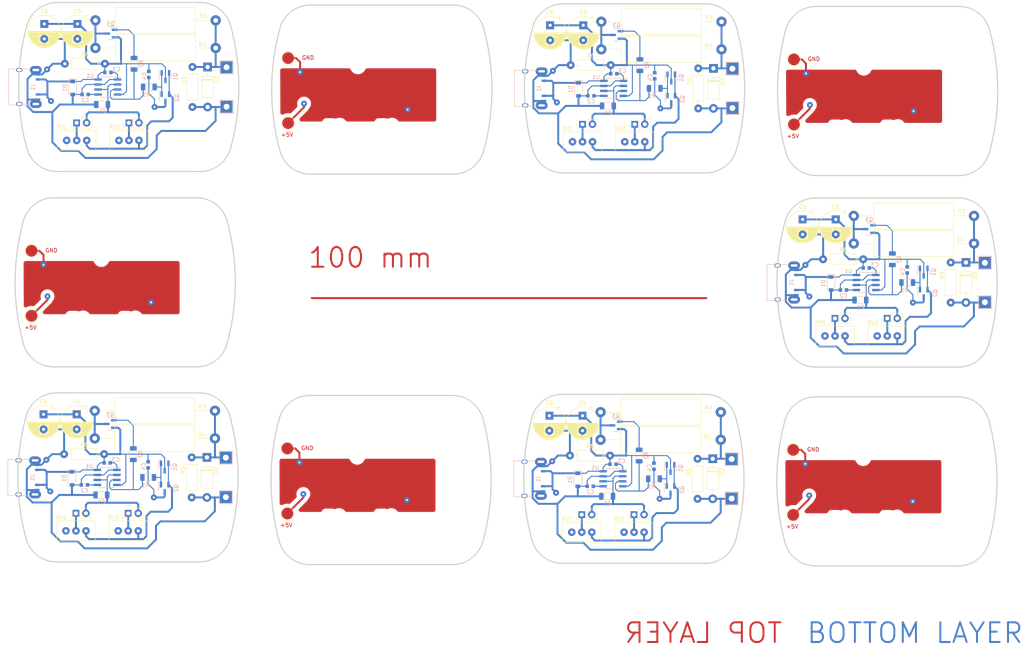
<source format=kicad_pcb>
(kicad_pcb (version 20211014) (generator pcbnew)
  (layers (0 "F.Cu" signal) (31 "B.Cu" signal) (34 "B.Paste" user) (35 "F.Paste" user) (36 "B.SilkS" user "B.Silkscreen") (37 "F.SilkS" user "F.Silkscreen") (38 "B.Mask" user) (39 "F.Mask" user) (44 "Edge.Cuts" user))
  (net 0 "")
  (net 1 "GND")
  (net 2 "Net-(C1-Pad2)")
  (net 3 "Net-(C2-Pad2)")
  (net 4 "+5V")
  (net 5 "Net-(D2-Pad1)")
  (net 6 "Net-(J6-Pad1)")
  (net 7 "Net-(J7-Pad1)")
  (net 8 "Net-(Q1-Pad1)")
  (net 9 "Net-(Q1-Pad2)")
  (net 10 "Net-(Q3-Pad1)")
  (net 11 "Net-(Q3-Pad3)")
  (net 12 "Net-(R1-Pad1)")
  (footprint "Resistor_THT:R_Axial_Power_L20.0mm_W6.4mm_P30.48mm" (layer "F.Cu") (at 75.454181 118.586137 180)
    (fp_text reference "R3")
    (fp_text value "5.1Ohm; 3W")
  )
  (footprint "Capacitor_THT:CP_Radial_D8.0mm_P3.80mm" (layer "F.Cu") (at 32.192385 20.445653 -90)
    (fp_text reference "C6")
    (fp_text value "220u")
  )
  (footprint "TestPoint:TestPoint_Pad_D3.0mm" (layer "F.Cu") (at 222.029444 144.995242)
    (fp_text reference "J2" hide)
    (fp_text value "VCC")
  )
  (footprint "Connector_PinHeader_2.54mm:PinHeader_1x02_P2.54mm_Vertical" (layer "F.Cu") (at 181.862648 45.895242 90)
    (fp_text reference "J7" hide)
    (fp_text value "50k_tp")
  )
  (footprint "Capacitor_THT:CP_Radial_D8.0mm_P3.80mm" (layer "F.Cu") (at 168.812648 20.792591 -90)
    (fp_text reference "C5")
    (fp_text value "220u")
  )
  (footprint "Resistor_THT:R_Axial_Power_L20.0mm_W6.4mm_P30.48mm" (layer "F.Cu") (at 75.637385 26.545653 180)
    (fp_text reference "R4")
    (fp_text value "5.1Ohm; 3W")
  )
  (footprint "Resistor_THT:R_Axial_Power_L20.0mm_W6.4mm_P30.48mm" (layer "F.Cu") (at 203.857648 19.895242 180)
    (fp_text reference "R3")
    (fp_text value "5.1Ohm; 3W")
  )
  (footprint "Capacitor_THT:CP_Radial_D8.0mm_P3.80mm" (layer "F.Cu") (at 224.412648 70.045242 -90)
    (fp_text reference "C6")
    (fp_text value "220u")
  )
  (footprint "TestPoint:TestPoint_Pad_D3.0mm" (layer "F.Cu") (at 93.809181 144.645653)
    (fp_text reference "J2" hide)
    (fp_text value "VCC")
  )
  (footprint "Potentiometer_THT:Potentiometer_Bourns_3296W_Vertical" (layer "F.Cu") (at 184.412648 50.345242)
    (fp_text reference "RV2")
    (fp_text value "50k")
  )
  (footprint "Connector_PinHeader_2.54mm:PinHeader_1x02_P2.54mm_Vertical" (layer "F.Cu") (at 181.679444 144.935726 90)
    (fp_text reference "J7" hide)
    (fp_text value "50k_tp")
  )
  (footprint "Capacitor_THT:CP_Radial_D8.0mm_P3.80mm" (layer "F.Cu") (at 32.009181 119.486137 -90)
    (fp_text reference "C6")
    (fp_text value "220u")
  )
  (footprint "TestPoint:TestPoint_Pad_D3.0mm" (layer "F.Cu") (at 93.809181 128.145653)
    (fp_text reference "J3" hide)
    (fp_text value "GND")
  )
  (footprint "Connector_PinHeader_2.54mm:PinHeader_1x02_P2.54mm_Vertical" (layer "F.Cu") (at 40.209181 144.586137 90)
    (fp_text reference "J6" hide)
    (fp_text value "2M_tp")
  )
  (footprint "TestPoint:TestPoint_Pad_D3.0mm" (layer "F.Cu") (at 28.949707 94.495653)
    (fp_text reference "J2" hide)
    (fp_text value "VCC")
  )
  (footprint "TestPoint:TestPoint_Pad_D3.0mm" (layer "F.Cu") (at 222.212648 45.954758)
    (fp_text reference "J2" hide)
    (fp_text value "VCC")
  )
  (footprint "Connector_PinHeader_2.54mm:PinHeader_1x02_P2.54mm_Vertical" (layer "F.Cu") (at 53.459181 144.586137 90)
    (fp_text reference "J7" hide)
    (fp_text value "50k_tp")
  )
  (footprint "Resistor_THT:R_Axial_Power_L20.0mm_W6.4mm_P30.48mm" (layer "F.Cu") (at 203.674444 118.935726 180)
    (fp_text reference "R3")
    (fp_text value "5.1Ohm; 3W")
  )
  (footprint "Potentiometer_THT:Potentiometer_Bourns_3296W_Vertical" (layer "F.Cu") (at 42.759181 149.036137)
    (fp_text reference "RV1")
    (fp_text value "2M")
  )
  (footprint "Potentiometer_THT:Potentiometer_Bourns_3296W_Vertical" (layer "F.Cu") (at 56.192385 49.995653)
    (fp_text reference "RV2")
    (fp_text value "50k")
  )
  (footprint "Potentiometer_THT:Potentiometer_Bourns_3296W_Vertical" (layer "F.Cu") (at 56.009181 149.036137)
    (fp_text reference "RV2")
    (fp_text value "50k")
  )
  (footprint "Diode_THT:D_DO-41_SOD81_P10.16mm_Horizontal" (layer "F.Cu") (at 201.812648 31.715242 -90)
    (fp_text reference "D2")
    (fp_text value "IN4007")
  )
  (footprint "Potentiometer_THT:Potentiometer_Bourns_3296W_Vertical" (layer "F.Cu") (at 184.229444 149.385726)
    (fp_text reference "RV2")
    (fp_text value "50k")
  )
  (footprint "Resistor_THT:R_Axial_DIN0207_L6.3mm_D2.5mm_P10.16mm_Horizontal" (layer "F.Cu") (at 165.429444 129.935726)
    (fp_text reference "R6")
    (fp_text value "5k")
  )
  (footprint "Potentiometer_THT:Potentiometer_Bourns_3296W_Vertical" (layer "F.Cu") (at 235.162648 99.595242)
    (fp_text reference "RV1")
    (fp_text value "2M")
  )
  (footprint "Diode_THT:D_DO-41_SOD81_P10.16mm_Horizontal" (layer "F.Cu") (at 265.812648 80.965242 -90)
    (fp_text reference "D2")
    (fp_text value "IN4007")
  )
  (footprint "TestPoint:TestPoint_Pad_D3.0mm" (layer "F.Cu") (at 222.212648 29.454758)
    (fp_text reference "J3" hide)
    (fp_text value "GND")
  )
  (footprint "Connector_PinHeader_2.54mm:PinHeader_1x02_P2.54mm_Vertical" (layer "F.Cu") (at 168.429444 144.935726 90)
    (fp_text reference "J6" hide)
    (fp_text value "2M_tp")
  )
  (footprint "Connector_PinHeader_2.54mm:PinHeader_1x02_P2.54mm_Vertical" (layer "F.Cu") (at 245.862648 95.145242 90)
    (fp_text reference "J7" hide)
    (fp_text value "50k_tp")
  )
  (footprint "Resistor_THT:R_Axial_DIN0207_L6.3mm_D2.5mm_P10.16mm_Horizontal" (layer "F.Cu") (at 165.612648 30.895242)
    (fp_text reference "R6")
    (fp_text value "5k")
  )
  (footprint "Resistor_THT:R_Axial_Power_L20.0mm_W6.4mm_P30.48mm" (layer "F.Cu") (at 75.637385 19.545653 180)
    (fp_text reference "R3")
    (fp_text value "5.1Ohm; 3W")
  )
  (footprint "Potentiometer_THT:Potentiometer_Bourns_3296W_Vertical" (layer "F.Cu") (at 170.979444 149.385726)
    (fp_text reference "RV1")
    (fp_text value "2M")
  )
  (footprint "Resistor_THT:R_Axial_DIN0207_L6.3mm_D2.5mm_P10.16mm_Horizontal" (layer "F.Cu") (at 37.392385 30.545653)
    (fp_text reference "R6")
    (fp_text value "5k")
  )
  (footprint "Resistor_THT:R_Axial_Power_L20.0mm_W6.4mm_P30.48mm" (layer "F.Cu") (at 75.454181 125.586137 180)
    (fp_text reference "R4")
    (fp_text value "5.1Ohm; 3W")
  )
  (footprint "Connector_PinHeader_2.54mm:PinHeader_1x02_P2.54mm_Vertical" (layer "F.Cu") (at 232.612648 95.145242 90)
    (fp_text reference "J6" hide)
    (fp_text value "2M_tp")
  )
  (footprint "Capacitor_THT:CP_Radial_D8.0mm_P3.80mm" (layer "F.Cu") (at 160.229444 119.835726 -90)
    (fp_text reference "C6")
    (fp_text value "220u")
  )
  (footprint "Potentiometer_THT:Potentiometer_Bourns_3296W_Vertical" (layer "F.Cu") (at 171.162648 50.345242)
    (fp_text reference "RV1")
    (fp_text value "2M")
  )
  (footprint "Resistor_THT:R_Axial_DIN0207_L6.3mm_D2.5mm_P10.16mm_Horizontal" (layer "F.Cu") (at 197.779444 140.915726 90)
    (fp_text reference "R5")
    (fp_text value "5k")
  )
  (footprint "Capacitor_THT:CP_Radial_D8.0mm_P3.80mm" (layer "F.Cu") (at 40.409181 119.483486 -90)
    (fp_text reference "C5")
    (fp_text value "220u")
  )
  (footprint "Resistor_THT:R_Axial_DIN0207_L6.3mm_D2.5mm_P10.16mm_Horizontal" (layer "F.Cu") (at 69.742385 41.525653 90)
    (fp_text reference "R5")
    (fp_text value "5k")
  )
  (footprint "Capacitor_THT:CP_Radial_D8.0mm_P3.80mm" (layer "F.Cu") (at 160.412648 20.795242 -90)
    (fp_text reference "C6")
    (fp_text value "220u")
  )
  (footprint "Potentiometer_THT:Potentiometer_Bourns_3296W_Vertical" (layer "F.Cu") (at 248.412648 99.595242)
    (fp_text reference "RV2")
    (fp_text value "50k")
  )
  (footprint "Connector_PinHeader_2.54mm:PinHeader_1x02_P2.54mm_Vertical" (layer "F.Cu") (at 168.612648 45.895242 90)
    (fp_text reference "J6" hide)
    (fp_text value "2M_tp")
  )
  (footprint "Resistor_THT:R_Axial_DIN0207_L6.3mm_D2.5mm_P10.16mm_Horizontal" (layer "F.Cu") (at 229.612648 80.145242)
    (fp_text reference "R6")
    (fp_text value "5k")
  )
  (footprint "Resistor_THT:R_Axial_Power_L20.0mm_W6.4mm_P30.48mm" (layer "F.Cu") (at 203.674444 125.935726 180)
    (fp_text reference "R4")
    (fp_text value "5.1Ohm; 3W")
  )
  (footprint "Resistor_THT:R_Axial_DIN0207_L6.3mm_D2.5mm_P10.16mm_Horizontal" (layer "F.Cu") (at 261.962648 91.125242 90)
    (fp_text reference "R5")
    (fp_text value "5k")
  )
  (footprint "TestPoint:TestPoint_Pad_D3.0mm" (layer "F.Cu") (at 222.029444 128.495242)
    (fp_text reference "J3" hide)
    (fp_text value "GND")
  )
  (footprint "Connector_PinHeader_2.54mm:PinHeader_1x02_P2.54mm_Vertical" (layer "F.Cu") (at 40.392385 45.545653 90)
    (fp_text reference "J6" hide)
    (fp_text value "2M_tp")
  )
  (footprint "TestPoint:TestPoint_Pad_D3.0mm" (layer "F.Cu") (at 28.949707 77.995653)
    (fp_text reference "J3" hide)
    (fp_text value "GND")
  )
  (footprint "Resistor_THT:R_Axial_Power_L20.0mm_W6.4mm_P30.48mm" (layer "F.Cu") (at 267.857648 69.145242 180)
    (fp_text reference "R3")
    (fp_text value "5.1Ohm; 3W")
  )
  (footprint "Potentiometer_THT:Potentiometer_Bourns_3296W_Vertical" (layer "F.Cu") (at 42.942385 49.995653)
    (fp_text reference "RV1")
    (fp_text value "2M")
  )
  (footprint "Resistor_THT:R_Axial_DIN0207_L6.3mm_D2.5mm_P10.16mm_Horizontal" (layer "F.Cu") (at 197.962648 41.875242 90)
    (fp_text reference "R5")
    (fp_text value "5k")
  )
  (footprint "TestPoint:TestPoint_Pad_D3.0mm" (layer "F.Cu") (at 93.992385 45.605169)
    (fp_text reference "J2" hide)
    (fp_text value "VCC")
  )
  (footprint "Resistor_THT:R_Axial_Power_L20.0mm_W6.4mm_P30.48mm" (layer "F.Cu") (at 267.857648 76.145242 180)
    (fp_text reference "R4")
    (fp_text value "5.1Ohm; 3W")
  )
  (footprint "Resistor_THT:R_Axial_DIN0207_L6.3mm_D2.5mm_P10.16mm_Horizontal" (layer "F.Cu") (at 69.559181 140.566137 90)
    (fp_text reference "R5")
    (fp_text value "5k")
  )
  (footprint "Capacitor_THT:CP_Radial_D8.0mm_P3.80mm" (layer "F.Cu") (at 232.812648 70.042591 -90)
    (fp_text reference "C5")
    (fp_text value "220u")
  )
  (footprint "Connector_PinHeader_2.54mm:PinHeader_1x02_P2.54mm_Vertical" (layer "F.Cu") (at 53.642385 45.545653 90)
    (fp_text reference "J7" hide)
    (fp_text value "50k_tp")
  )
  (footprint "Diode_THT:D_DO-41_SOD81_P10.16mm_Horizontal" (layer "F.Cu") (at 201.629444 130.755726 -90)
    (fp_text reference "D2")
    (fp_text value "IN4007")
  )
  (footprint "Resistor_THT:R_Axial_Power_L20.0mm_W6.4mm_P30.48mm" (layer "F.Cu") (at 203.857648 26.895242 180)
    (fp_text reference "R4")
    (fp_text value "5.1Ohm; 3W")
  )
  (footprint "Diode_THT:D_DO-41_SOD81_P10.16mm_Horizontal" (layer "F.Cu") (at 73.592385 31.365653 -90)
    (fp_text reference "D2")
    (fp_text value "IN4007")
  )
  (footprint "Diode_THT:D_DO-41_SOD81_P10.16mm_Horizontal" (layer "F.Cu") (at 73.409181 130.406137 -90)
    (fp_text reference "D2")
    (fp_text value "IN4007")
  )
  (footprint "TestPoint:TestPoint_Pad_D3.0mm" (layer "F.Cu") (at 93.992385 29.105169)
    (fp_text reference "J3" hide)
    (fp_text value "GND")
  )
  (footprint "Capacitor_THT:CP_Radial_D8.0mm_P3.80mm" (layer "F.Cu") (at 40.592385 20.443002 -90)
    (fp_text reference "C5")
    (fp_text value "220u")
  )
  (footprint "Capacitor_THT:CP_Radial_D8.0mm_P3.80mm" (layer "F.Cu") (at 168.629444 119.833075 -90)
    (fp_text reference "C5")
    (fp_text value "220u")
  )
  (footprint "Resistor_THT:R_Axial_DIN0207_L6.3mm_D2.5mm_P10.16mm_Horizontal" (layer "F.Cu") (at 37.209181 129.586137)
    (fp_text reference "R6")
    (fp_text value "5k")
  )
  (footprint "Capacitor_SMD:C_1206_3216Metric" (layer "B.Cu") (at 46.659181 139.936137)
    (fp_text reference "C1")
    (fp_text value "68n")
  )
  (footprint "Diode_SMD:D_SOD-123" (layer "B.Cu") (at 39.392385 36.695653 -90)
    (fp_text reference "D1")
    (fp_text value "5.1")
  )
  (footprint "Capacitor_SMD:C_0603_1608Metric" (layer "B.Cu") (at 42.542385 38.345653)
    (fp_text reference "C2")
    (fp_text value "0.01u")
  )
  (footprint "Resistor_SMD:R_1206_3216Metric" (layer "B.Cu") (at 54.942385 30.545653 90)
    (fp_text reference "R2")
    (fp_text value "50")
  )
  (footprint "TestPoint:TestPoint_THTPad_3.0x3.0mm_Drill1.5mm" (layer "B.Cu") (at 78.209181 130.486137 180)
    (fp_text reference "J4" hide)
    (fp_text value "SIGNAL")
  )
  (footprint "Package_SO:SOIC-8_3.9x4.9mm_P1.27mm" (layer "B.Cu") (at 176.512648 36.795242 180)
    (fp_text reference "U1")
    (fp_text value "LMC555")
  )
  (footprint "Package_TO_SOT_SMD:SOT-23" (layer "B.Cu") (at 177.129444 122.285726 180)
    (fp_text reference "Q3")
    (fp_text value "AO3401A")
  )
  (footprint "Capacitor_SMD:C_0603_1608Metric" (layer "B.Cu") (at 250.912648 82.445242 90)
    (fp_text reference "C4")
    (fp_text value "0.1u")
  )
  (footprint "Capacitor_SMD:C_1206_3216Metric" (layer "B.Cu") (at 175.062648 41.245242)
    (fp_text reference "C1")
    (fp_text value "68n")
  )
  (footprint "Package_SO:SOIC-8_3.9x4.9mm_P1.27mm" (layer "B.Cu") (at 48.109181 135.486137 180)
    (fp_text reference "U1")
    (fp_text value "LMC555")
  )
  (footprint "Package_TO_SOT_SMD:SOT-23" (layer "B.Cu") (at 62.892385 39.208153 -90)
    (fp_text reference "Q2")
    (fp_text value "S8550")
  )
  (footprint "Capacitor_SMD:C_0603_1608Metric" (layer "B.Cu") (at 234.762648 87.945242)
    (fp_text reference "C2")
    (fp_text value "0.01u")
  )
  (footprint "TestPoint:TestPoint_THTPad_3.0x3.0mm_Drill1.5mm" (layer "B.Cu") (at 206.612648 41.795242 180)
    (fp_text reference "J5" hide)
    (fp_text value "GND")
  )
  (footprint "Resistor_SMD:R_1206_3216Metric" (layer "B.Cu") (at 58.704885 36.445653)
    (fp_text reference "R1")
    (fp_text value "80")
  )
  (footprint "Package_TO_SOT_SMD:SOT-23" (layer "B.Cu") (at 62.892385 33.808153 -90)
    (fp_text reference "Q1")
    (fp_text value "S8050")
  )
  (footprint "TestPoint:TestPoint_THTPad_3.0x3.0mm_Drill1.5mm" (layer "B.Cu") (at 270.612648 81.045242 180)
    (fp_text reference "J4" hide)
    (fp_text value "SIGNAL")
  )
  (footprint "Package_SO:SOIC-8_3.9x4.9mm_P1.27mm" (layer "B.Cu") (at 176.329444 135.835726 180)
    (fp_text reference "U1")
    (fp_text value "LMC555")
  )
  (footprint "Package_TO_SOT_SMD:SOT-23" (layer "B.Cu") (at 62.709181 132.848637 -90)
    (fp_text reference "Q1")
    (fp_text value "S8050")
  )
  (footprint "TestPoint:TestPoint_THTPad_3.0x3.0mm_Drill1.5mm" (layer "B.Cu") (at 206.429444 140.835726 180)
    (fp_text reference "J5" hide)
    (fp_text value "GND")
  )
  (footprint "TestPoint:TestPoint_THTPad_3.0x3.0mm_Drill1.5mm" (layer "B.Cu") (at 270.612648 91.045242 180)
    (fp_text reference "J5" hide)
    (fp_text value "GND")
  )
  (footprint "Capacitor_SMD:C_0603_1608Metric" (layer "B.Cu") (at 240.537648 82.345242 180)
    (fp_text reference "C3")
    (fp_text value "0.1u")
  )
  (footprint "Resistor_SMD:R_1206_3216Metric" (layer "B.Cu") (at 247.162648 80.145242 90)
    (fp_text reference "R2")
    (fp_text value "50")
  )
  (footprint "Package_TO_SOT_SMD:SOT-23" (layer "B.Cu") (at 255.112648 83.407742 -90)
    (fp_text reference "Q1")
    (fp_text value "S8050")
  )
  (footprint "Package_TO_SOT_SMD:SOT-23" (layer "B.Cu") (at 48.909181 121.936137 180)
    (fp_text reference "Q3")
    (fp_text value "AO3401A")
  )
  (footprint "Diode_SMD:D_SOD-123" (layer "B.Cu") (at 231.612648 86.295242 -90)
    (fp_text reference "D1")
    (fp_text value "5.1")
  )
  (footprint "Capacitor_SMD:C_0603_1608Metric" (layer "B.Cu") (at 170.579444 137.735726)
    (fp_text reference "C2")
    (fp_text value "0.01u")
  )
  (footprint "Connector_USB:USB_C_Receptacle_XKB_U262-16XN-4BVC11" (layer "B.Cu") (at 155.152648 36.795242 90)
    (fp_text reference "J1")
    (fp_text value "USB_C_Receptacle_USB2.0")
  )
  (footprint "Package_TO_SOT_SMD:SOT-23" (layer "B.Cu") (at 62.709181 138.248637 -90)
    (fp_text reference "Q2")
    (fp_text value "S8550")
  )
  (footprint "Capacitor_SMD:C_1206_3216Metric" (layer "B.Cu") (at 46.842385 40.895653)
    (fp_text reference "C1")
    (fp_text value "68n")
  )
  (footprint "Capacitor_SMD:C_0603_1608Metric" (layer "B.Cu") (at 176.537648 33.095242 180)
    (fp_text reference "C3")
    (fp_text value "0.1u")
  )
  (footprint "TestPoint:TestPoint_THTPad_3.0x3.0mm_Drill1.5mm" (layer "B.Cu") (at 206.612648 31.795242 180)
    (fp_text reference "J4" hide)
    (fp_text value "SIGNAL")
  )
  (footprint "TestPoint:TestPoint_THTPad_3.0x3.0mm_Drill1.5mm" (layer "B.Cu") (at 78.392385 41.445653 180)
    (fp_text reference "J5" hide)
    (fp_text value "GND")
  )
  (footprint "Capacitor_SMD:C_0603_1608Metric" (layer "B.Cu") (at 48.134181 131.786137 180)
    (fp_text reference "C3")
    (fp_text value "0.1u")
  )
  (footprint "Package_TO_SOT_SMD:SOT-23" (layer "B.Cu") (at 241.312648 72.495242 180)
    (fp_text reference "Q3")
    (fp_text value "AO3401A")
  )
  (footprint "Capacitor_SMD:C_0603_1608Metric" (layer "B.Cu") (at 42.359181 137.386137)
    (fp_text reference "C2")
    (fp_text value "0.01u")
  )
  (footprint "Capacitor_SMD:C_0603_1608Metric" (layer "B.Cu") (at 170.762648 38.695242)
    (fp_text reference "C2")
    (fp_text value "0.01u")
  )
  (footprint "TestPoint:TestPoint_THTPad_3.0x3.0mm_Drill1.5mm" (layer "B.Cu") (at 78.392385 31.445653 180)
    (fp_text reference "J4" hide)
    (fp_text value "SIGNAL")
  )
  (footprint "Package_TO_SOT_SMD:SOT-23" (layer "B.Cu") (at 255.112648 88.807742 -90)
    (fp_text reference "Q2")
    (fp_text value "S8550")
  )
  (footprint "Diode_SMD:D_SOD-123" (layer "B.Cu") (at 167.429444 136.085726 -90)
    (fp_text reference "D1")
    (fp_text value "5.1")
  )
  (footprint "Resistor_SMD:R_1206_3216Metric" (layer "B.Cu") (at 58.521681 135.486137)
    (fp_text reference "R1")
    (fp_text value "80")
  )
  (footprint "Package_TO_SOT_SMD:SOT-23" (layer "B.Cu") (at 49.092385 22.895653 180)
    (fp_text reference "Q3")
    (fp_text value "AO3401A")
  )
  (footprint "Package_TO_SOT_SMD:SOT-23" (layer "B.Cu") (at 191.112648 39.557742 -90)
    (fp_text reference "Q2")
    (fp_text value "S8550")
  )
  (footprint "Diode_SMD:D_SOD-123" (layer "B.Cu") (at 39.209181 135.736137 -90)
    (fp_text reference "D1")
    (fp_text value "5.1")
  )
  (footprint "Connector_USB:USB_C_Receptacle_XKB_U262-16XN-4BVC11" (layer "B.Cu") (at 26.749181 135.486137 90)
    (fp_text reference "J1")
    (fp_text value "USB_C_Receptacle_USB2.0")
  )
  (footprint "Package_TO_SOT_SMD:SOT-23" (layer "B.Cu") (at 191.112648 34.157742 -90)
    (fp_text reference "Q1")
    (fp_text value "S8050")
  )
  (footprint "Resistor_SMD:R_1206_3216Metric" (layer "B.Cu") (at 186.925148 36.795242)
    (fp_text reference "R1")
    (fp_text value "80")
  )
  (footprint "Capacitor_SMD:C_1206_3216Metric" (layer "B.Cu") (at 174.879444 140.285726)
    (fp_text reference "C1")
    (fp_text value "68n")
  )
  (footprint "Diode_SMD:D_SOD-123" (layer "B.Cu") (at 167.612648 37.045242 -90)
    (fp_text reference "D1")
    (fp_text value "5.1")
  )
  (footprint "Connector_USB:USB_C_Receptacle_XKB_U262-16XN-4BVC11" (layer "B.Cu") (at 26.932385 36.445653 90)
    (fp_text reference "J1")
    (fp_text value "USB_C_Receptacle_USB2.0")
  )
  (footprint "TestPoint:TestPoint_THTPad_3.0x3.0mm_Drill1.5mm" (layer "B.Cu") (at 206.429444 130.835726 180)
    (fp_text reference "J4" hide)
    (fp_text value "SIGNAL")
  )
  (footprint "Capacitor_SMD:C_0603_1608Metric" (layer "B.Cu") (at 186.729444 132.235726 90)
    (fp_text reference "C4")
    (fp_text value "0.1u")
  )
  (footprint "Capacitor_SMD:C_1206_3216Metric" (layer "B.Cu") (at 239.062648 90.495242)
    (fp_text reference "C1")
    (fp_text value "68n")
  )
  (footprint "Capacitor_SMD:C_0603_1608Metric" (layer "B.Cu") (at 176.354444 132.135726 180)
    (fp_text reference "C3")
    (fp_text value "0.1u")
  )
  (footprint "Resistor_SMD:R_1206_3216Metric" (layer "B.Cu") (at 250.925148 86.045242)
    (fp_text reference "R1")
    (fp_text value "80")
  )
  (footprint "Package_TO_SOT_SMD:SOT-23" (layer "B.Cu") (at 190.929444 138.598226 -90)
    (fp_text reference "Q2")
    (fp_text value "S8550")
  )
  (footprint "Capacitor_SMD:C_0603_1608Metric" (layer "B.Cu") (at 58.692385 32.845653 90)
    (fp_text reference "C4")
    (fp_text value "0.1u")
  )
  (footprint "Package_TO_SOT_SMD:SOT-23" (layer "B.Cu") (at 177.312648 23.245242 180)
    (fp_text reference "Q3")
    (fp_text value "AO3401A")
  )
  (footprint "Package_SO:SOIC-8_3.9x4.9mm_P1.27mm" (layer "B.Cu") (at 48.292385 36.445653 180)
    (fp_text reference "U1")
    (fp_text value "LMC555")
  )
  (footprint "Resistor_SMD:R_1206_3216Metric" (layer "B.Cu") (at 183.162648 30.895242 90)
    (fp_text reference "R2")
    (fp_text value "50")
  )
  (footprint "Capacitor_SMD:C_0603_1608Metric" (layer "B.Cu") (at 186.912648 33.195242 90)
    (fp_text reference "C4")
    (fp_text value "0.1u")
  )
  (footprint "Resistor_SMD:R_1206_3216Metric" (layer "B.Cu") (at 186.741944 135.835726)
    (fp_text reference "R1")
    (fp_text value "80")
  )
  (footprint "Connector_USB:USB_C_Receptacle_XKB_U262-16XN-4BVC11" (layer "B.Cu") (at 154.969444 135.835726 90)
    (fp_text reference "J1")
    (fp_text value "USB_C_Receptacle_USB2.0")
  )
  (footprint "Package_SO:SOIC-8_3.9x4.9mm_P1.27mm" (layer "B.Cu") (at 240.512648 86.045242 180)
    (fp_text reference "U1")
    (fp_text value "LMC555")
  )
  (footprint "Package_TO_SOT_SMD:SOT-23" (layer "B.Cu") (at 190.929444 133.198226 -90)
    (fp_text reference "Q1")
    (fp_text value "S8050")
  )
  (footprint "Capacitor_SMD:C_0603_1608Metric" (layer "B.Cu") (at 58.509181 131.886137 90)
    (fp_text reference "C4")
    (fp_text value "0.1u")
  )
  (footprint "TestPoint:TestPoint_THTPad_3.0x3.0mm_Drill1.5mm" (layer "B.Cu") (at 78.209181 140.486137 180)
    (fp_text reference "J5" hide)
    (fp_text value "GND")
  )
  (footprint "Capacitor_SMD:C_0603_1608Metric" (layer "B.Cu") (at 48.317385 32.745653 180)
    (fp_text reference "C3")
    (fp_text value "0.1u")
  )
  (footprint "Connector_USB:USB_C_Receptacle_XKB_U262-16XN-4BVC11" (layer "B.Cu") (at 219.152648 86.045242 90)
    (fp_text reference "J1")
    (fp_text value "USB_C_Receptacle_USB2.0")
  )
  (footprint "Resistor_SMD:R_1206_3216Metric" (layer "B.Cu") (at 54.759181 129.586137 90)
    (fp_text reference "R2")
    (fp_text value "50")
  )
  (footprint "Resistor_SMD:R_1206_3216Metric" (layer "B.Cu") (at 182.979444 129.935726 90)
    (fp_text reference "R2")
    (fp_text value "50")
  )
  (gr_line (start 100 90) (end 200 90) (layer "F.Cu") (width 0.5))
  (gr_line (start 71.512767 156.931775) (end 35.313503 156.931775) (layer "Edge.Cuts") (width 0.3))
  (gr_arc (start 135.662767 114.700015) (mid 140.516796 116.341306) (end 143.379737 120.590895) (layer "Edge.Cuts") (width 0.3))
  (gr_arc (start 156 21.240484) (mid 158.862941 16.990895) (end 163.71697 15.349604) (layer "Edge.Cuts") (width 0.3))
  (gr_arc (start 91.746533 120.590895) (mid 94.609474 116.341306) (end 99.463503 114.700015) (layer "Edge.Cuts") (width 0.3))
  (gr_arc (start 263.88303 115.049604) (mid 268.737059 116.690895) (end 271.6 120.940484) (layer "Edge.Cuts") (width 0.3))
  (gr_arc (start 79.412941 20.890895) (mid 81.502206 36.445653) (end 79.412941 52.000411) (layer "Edge.Cuts") (width 0.3))
  (gr_arc (start 271.6 152.05) (mid 268.737059 156.299589) (end 263.88303 157.94088) (layer "Edge.Cuts") (width 0.3))
  (gr_arc (start 26.887059 70.440895) (mid 29.75 66.191306) (end 34.604029 64.550015) (layer "Edge.Cuts") (width 0.3))
  (gr_arc (start 71.512767 114.040499) (mid 76.366796 115.68179) (end 79.229737 119.931379) (layer "Edge.Cuts") (width 0.3))
  (gr_arc (start 27.596533 151.040895) (mid 25.507268 135.486137) (end 27.596533 119.931379) (layer "Edge.Cuts") (width 0.3))
  (gr_line (start 263.916234 107.49088) (end 227.71697 107.49088) (layer "Edge.Cuts") (width 0.3))
  (gr_line (start 199.73303 114.390088) (end 163.533766 114.390088) (layer "Edge.Cuts") (width 0.3))
  (gr_arc (start 219.966796 120.940484) (mid 222.829737 116.690895) (end 227.683766 115.049604) (layer "Edge.Cuts") (width 0.3))
  (gr_arc (start 163.71697 58.24088) (mid 158.862941 56.599589) (end 156 52.35) (layer "Edge.Cuts") (width 0.3))
  (gr_arc (start 91.929737 21.550411) (mid 94.792678 17.300822) (end 99.646707 15.659531) (layer "Edge.Cuts") (width 0.3))
  (gr_arc (start 207.45 120.280968) (mid 209.539265 135.835726) (end 207.45 151.390484) (layer "Edge.Cuts") (width 0.3))
  (gr_arc (start 91.929737 52.659927) (mid 89.840472 37.105169) (end 91.929737 21.550411) (layer "Edge.Cuts") (width 0.3))
  (gr_arc (start 263.916234 64.599604) (mid 268.770263 66.240895) (end 271.633204 70.490484) (layer "Edge.Cuts") (width 0.3))
  (gr_arc (start 79.229737 151.040895) (mid 76.366796 155.290484) (end 71.512767 156.931775) (layer "Edge.Cuts") (width 0.3))
  (gr_arc (start 27.779737 20.890895) (mid 30.642678 16.641306) (end 35.496707 15.000015) (layer "Edge.Cuts") (width 0.3))
  (gr_arc (start 271.783204 21.9) (mid 273.872469 37.454758) (end 271.783204 53.009516) (layer "Edge.Cuts") (width 0.3))
  (gr_arc (start 143.379737 120.590895) (mid 145.469002 136.145653) (end 143.379737 151.700411) (layer "Edge.Cuts") (width 0.3))
  (gr_arc (start 34.604029 107.441291) (mid 29.75 105.8) (end 26.887059 101.550411) (layer "Edge.Cuts") (width 0.3))
  (gr_arc (start 78.520263 101.550411) (mid 75.657322 105.8) (end 70.803293 107.441291) (layer "Edge.Cuts") (width 0.3))
  (gr_arc (start 271.6 120.940484) (mid 273.689265 136.495242) (end 271.6 152.05) (layer "Edge.Cuts") (width 0.3))
  (gr_line (start 71.512767 114.040499) (end 35.313503 114.040499) (layer "Edge.Cuts") (width 0.3))
  (gr_arc (start 220.15 53.009516) (mid 218.060735 37.454758) (end 220.15 21.9) (layer "Edge.Cuts") (width 0.3))
  (gr_line (start 263.916234 64.599604) (end 227.71697 64.599604) (layer "Edge.Cuts") (width 0.3))
  (gr_arc (start 27.779737 52.000411) (mid 25.690472 36.445653) (end 27.779737 20.890895) (layer "Edge.Cuts") (width 0.3))
  (gr_arc (start 207.45 151.390484) (mid 204.587059 155.640073) (end 199.73303 157.281364) (layer "Edge.Cuts") (width 0.3))
  (gr_arc (start 35.313503 156.931775) (mid 30.459474 155.290484) (end 27.596533 151.040895) (layer "Edge.Cuts") (width 0.3))
  (gr_arc (start 219.966796 152.05) (mid 217.877531 136.495242) (end 219.966796 120.940484) (layer "Edge.Cuts") (width 0.3))
  (gr_line (start 70.803293 64.550015) (end 34.604029 64.550015) (layer "Edge.Cuts") (width 0.3))
  (gr_line (start 135.662767 157.591291) (end 99.463503 157.591291) (layer "Edge.Cuts") (width 0.3))
  (gr_line (start 199.916234 58.24088) (end 163.71697 58.24088) (layer "Edge.Cuts") (width 0.3))
  (gr_arc (start 155.816796 151.390484) (mid 153.727531 135.835726) (end 155.816796 120.280968) (layer "Edge.Cuts") (width 0.3))
  (gr_arc (start 143.379737 151.700411) (mid 140.516796 155.95) (end 135.662767 157.591291) (layer "Edge.Cuts") (width 0.3))
  (gr_arc (start 199.916234 15.349604) (mid 204.770263 16.990895) (end 207.633204 21.240484) (layer "Edge.Cuts") (width 0.3))
  (gr_arc (start 227.683766 157.94088) (mid 222.829737 156.299589) (end 219.966796 152.05) (layer "Edge.Cuts") (width 0.3))
  (gr_arc (start 79.412941 52.000411) (mid 76.55 56.25) (end 71.695971 57.891291) (layer "Edge.Cuts") (width 0.3))
  (gr_line (start 135.845971 58.550807) (end 99.646707 58.550807) (layer "Edge.Cuts") (width 0.3))
  (gr_arc (start 135.845971 15.659531) (mid 140.7 17.300822) (end 143.562941 21.550411) (layer "Edge.Cuts") (width 0.3))
  (gr_arc (start 227.86697 58.900396) (mid 223.012941 57.259105) (end 220.15 53.009516) (layer "Edge.Cuts") (width 0.3))
  (gr_arc (start 264.066234 16.00912) (mid 268.920263 17.650411) (end 271.783204 21.9) (layer "Edge.Cuts") (width 0.3))
  (gr_line (start 263.88303 157.94088) (end 227.683766 157.94088) (layer "Edge.Cuts") (width 0.3))
  (gr_line (start 71.695971 15.000015) (end 35.496707 15.000015) (layer "Edge.Cuts") (width 0.3))
  (gr_arc (start 27.596533 119.931379) (mid 30.459474 115.68179) (end 35.313503 114.040499) (layer "Edge.Cuts") (width 0.3))
  (gr_line (start 71.695971 57.891291) (end 35.496707 57.891291) (layer "Edge.Cuts") (width 0.3))
  (gr_arc (start 199.73303 114.390088) (mid 204.587059 116.031379) (end 207.45 120.280968) (layer "Edge.Cuts") (width 0.3))
  (gr_line (start 199.73303 157.281364) (end 163.533766 157.281364) (layer "Edge.Cuts") (width 0.3))
  (gr_arc (start 156 52.35) (mid 153.910735 36.795242) (end 156 21.240484) (layer "Edge.Cuts") (width 0.3))
  (gr_arc (start 227.71697 107.49088) (mid 222.862941 105.849589) (end 220 101.6) (layer "Edge.Cuts") (width 0.3))
  (gr_arc (start 163.533766 157.281364) (mid 158.679737 155.640073) (end 155.816796 151.390484) (layer "Edge.Cuts") (width 0.3))
  (gr_arc (start 26.887059 101.550411) (mid 24.797794 85.995653) (end 26.887059 70.440895) (layer "Edge.Cuts") (width 0.3))
  (gr_arc (start 271.633204 101.6) (mid 268.770263 105.849589) (end 263.916234 107.49088) (layer "Edge.Cuts") (width 0.3))
  (gr_line (start 135.845971 15.659531) (end 99.646707 15.659531) (layer "Edge.Cuts") (width 0.3))
  (gr_arc (start 70.803293 64.550015) (mid 75.657322 66.191306) (end 78.520263 70.440895) (layer "Edge.Cuts") (width 0.3))
  (gr_line (start 263.88303 115.049604) (end 227.683766 115.049604) (layer "Edge.Cuts") (width 0.3))
  (gr_line (start 264.066234 58.900396) (end 227.86697 58.900396) (layer "Edge.Cuts") (width 0.3))
  (gr_line (start 199.916234 15.349604) (end 163.71697 15.349604) (layer "Edge.Cuts") (width 0.3))
  (gr_arc (start 35.496707 57.891291) (mid 30.642678 56.25) (end 27.779737 52.000411) (layer "Edge.Cuts") (width 0.3))
  (gr_arc (start 155.816796 120.280968) (mid 158.679737 116.031379) (end 163.533766 114.390088) (layer "Edge.Cuts") (width 0.3))
  (gr_arc (start 143.562941 21.550411) (mid 145.652206 37.105169) (end 143.562941 52.659927) (layer "Edge.Cuts") (width 0.3))
  (gr_arc (start 220 70.490484) (mid 222.862941 66.240895) (end 227.71697 64.599604) (layer "Edge.Cuts") (width 0.3))
  (gr_arc (start 271.633204 70.490484) (mid 273.722469 86.045242) (end 271.633204 101.6) (layer "Edge.Cuts") (width 0.3))
  (gr_arc (start 207.633204 52.35) (mid 204.770263 56.599589) (end 199.916234 58.24088) (layer "Edge.Cuts") (width 0.3))
  (gr_arc (start 220 101.6) (mid 217.910735 86.045242) (end 220 70.490484) (layer "Edge.Cuts") (width 0.3))
  (gr_arc (start 271.783204 53.009516) (mid 268.920263 57.259105) (end 264.066234 58.900396) (layer "Edge.Cuts") (width 0.3))
  (gr_arc (start 99.463503 157.591291) (mid 94.609474 155.95) (end 91.746533 151.700411) (layer "Edge.Cuts") (width 0.3))
  (gr_line (start 135.662767 114.700015) (end 99.463503 114.700015) (layer "Edge.Cuts") (width 0.3))
  (gr_line (start 70.803293 107.441291) (end 34.604029 107.441291) (layer "Edge.Cuts") (width 0.3))
  (gr_arc (start 143.562941 52.659927) (mid 140.7 56.909516) (end 135.845971 58.550807) (layer "Edge.Cuts") (width 0.3))
  (gr_arc (start 220.15 21.9) (mid 223.012941 17.650411) (end 227.86697 16.00912) (layer "Edge.Cuts") (width 0.3))
  (gr_arc (start 99.646707 58.550807) (mid 94.792678 56.909516) (end 91.929737 52.659927) (layer "Edge.Cuts") (width 0.3))
  (gr_arc (start 78.520263 70.440895) (mid 80.609528 85.995653) (end 78.520263 101.550411) (layer "Edge.Cuts") (width 0.3))
  (gr_arc (start 71.695971 15.000015) (mid 76.55 16.641306) (end 79.412941 20.890895) (layer "Edge.Cuts") (width 0.3))
  (gr_arc (start 79.229737 119.931379) (mid 81.319002 135.486137) (end 79.229737 151.040895) (layer "Edge.Cuts") (width 0.3))
  (gr_line (start 264.066234 16.00912) (end 227.86697 16.00912) (layer "Edge.Cuts") (width 0.3))
  (gr_arc (start 91.746533 151.700411) (mid 89.657268 136.145653) (end 91.746533 120.590895) (layer "Edge.Cuts") (width 0.3))
  (gr_arc (start 207.633204 21.240484) (mid 209.722469 36.795242) (end 207.633204 52.35) (layer "Edge.Cuts") (width 0.3))
  (gr_text "+5V" (at 28.699707 97.445653) (layer "F.Cu") (effects (font (size 1 1))))
  (gr_text "+5V" (at 221.962648 48.904758) (layer "F.Cu") (effects (font (size 1 1))))
  (gr_text "+5V" (at 221.779444 147.945242) (layer "F.Cu") (effects (font (size 1 1))))
  (gr_text "TOP LAYER\n" (at 199.25 174.95) (layer "F.Cu") (effects (font (size 5 5) (thickness 0.5)) (justify mirror)))
  (gr_text "+5V" (at 93.742385 48.555169) (layer "F.Cu") (effects (font (size 1 1))))
  (gr_text "+5V" (at 93.559181 147.595653) (layer "F.Cu") (effects (font (size 1 1))))
  (gr_text "GND\n" (at 33.999707 77.895653) (layer "F.Cu") (effects (font (size 1 1))))
  (gr_text "GND\n" (at 227.262648 29.354758) (layer "F.Cu") (effects (font (size 1 1))))
  (gr_text "GND\n" (at 98.859181 128.045653) (layer "F.Cu") (effects (font (size 1 1))))
  (gr_text "GND\n" (at 99.042385 29.005169) (layer "F.Cu") (effects (font (size 1 1))))
  (gr_text "GND\n" (at 227.079444 128.395242) (layer "F.Cu") (effects (font (size 1 1))))
  (gr_text "100 mm" (at 114.85 79.75) (layer "F.Cu") (effects (font (size 5 5) (thickness 0.5))))
  (gr_text "BOTTOM LAYER" (at 252.9 174.95) (layer "B.Cu") (effects (font (size 5 5) (thickness 0.5))))
  (segment (start 225.079444 132.045242) (end 225.079444 129.545242) (width 0.5) (layer "F.Cu") (net 1))
  (segment (start 96.859181 131.695653) (end 96.859181 129.195653) (width 0.5) (layer "F.Cu") (net 1))
  (segment (start 31.999707 81.545653) (end 31.999707 79.045653) (width 0.5) (layer "F.Cu") (net 1))
  (segment (start 95.809181 128.145653) (end 93.809181 128.145653) (width 0.5) (layer "F.Cu") (net 1))
  (segment (start 30.949707 77.995653) (end 28.949707 77.995653) (width 0.5) (layer "F.Cu") (net 1))
  (segment (start 97.042385 32.655169) (end 97.042385 30.155169) (width 0.5) (layer "F.Cu") (net 1))
  (segment (start 225.079444 129.545242) (end 224.029444 128.495242) (width 0.5) (layer "F.Cu") (net 1))
  (segment (start 224.029444 128.495242) (end 222.029444 128.495242) (width 0.5) (layer "F.Cu") (net 1))
  (segment (start 97.042385 30.155169) (end 95.992385 29.105169) (width 0.5) (layer "F.Cu") (net 1))
  (segment (start 95.992385 29.105169) (end 93.992385 29.105169) (width 0.5) (layer "F.Cu") (net 1))
  (segment (start 225.262648 30.504758) (end 224.212648 29.454758) (width 0.5) (layer "F.Cu") (net 1))
  (segment (start 224.212648 29.454758) (end 222.212648 29.454758) (width 0.5) (layer "F.Cu") (net 1))
  (segment (start 31.999707 79.045653) (end 30.949707 77.995653) (width 0.5) (layer "F.Cu") (net 1))
  (segment (start 225.262648 33.004758) (end 225.262648 30.504758) (width 0.5) (layer "F.Cu") (net 1))
  (segment (start 96.859181 129.195653) (end 95.809181 128.145653) (width 0.5) (layer "F.Cu") (net 1))
  (via (at 124.292385 42.185169) (size 1.5) (drill 0.5) (layers "F.Cu" "B.Cu") (net 1))
  (via (at 188.362648 41.875242) (size 1.5) (drill 0.5) (layers "F.Cu" "B.Cu") (net 1))
  (via (at 124.109181 141.225653) (size 1.5) (drill 0.5) (layers "F.Cu" "B.Cu") (net 1))
  (via (at 97.042385 32.655169) (size 1.5) (drill 0.5) (layers "F.Cu" "B.Cu") (net 1))
  (via (at 60.142385 41.525653) (size 1.5) (drill 0.5) (layers "F.Cu" "B.Cu") (net 1))
  (via (at 225.262648 33.004758) (size 1.5) (drill 0.5) (layers "F.Cu" "B.Cu") (net 1))
  (via (at 225.112648 81.595242) (size 1.5) (drill 0.5) (layers "F.Cu" "B.Cu") (net 1))
  (via (at 32.709181 131.036137) (size 1.5) (drill 0.5) (layers "F.Cu" "B.Cu") (net 1))
  (via (at 252.329444 141.575242) (size 1.5) (drill 0.5) (layers "F.Cu" "B.Cu") (net 1))
  (via (at 31.999707 81.545653) (size 1.5) (drill 0.5) (layers "F.Cu" "B.Cu") (net 1))
  (via (at 161.112648 32.345242) (size 1.5) (drill 0.5) (layers "F.Cu" "B.Cu") (net 1))
  (via (at 252.362648 91.125242) (size 1.5) (drill 0.5) (layers "F.Cu" "B.Cu") (net 1))
  (via (at 96.859181 131.695653) (size 1.5) (drill 0.5) (layers "F.Cu" "B.Cu") (net 1))
  (via (at 59.959181 140.566137) (size 1.5) (drill 0.5) (layers "F.Cu" "B.Cu") (net 1))
  (via (at 225.079444 132.045242) (size 1.5) (drill 0.5) (layers "F.Cu" "B.Cu") (net 1))
  (via (at 59.249707 91.075653) (size 1.5) (drill 0.5) (layers "F.Cu" "B.Cu") (net 1))
  (via (at 32.892385 31.995653) (size 1.5) (drill 0.5) (layers "F.Cu" "B.Cu") (net 1))
  (via (at 188.179444 140.915726) (size 1.5) (drill 0.5) (layers "F.Cu" "B.Cu") (net 1))
  (via (at 252.512648 42.534758) (size 1.5) (drill 0.5) (layers "F.Cu" "B.Cu") (net 1))
  (via (at 160.929444 131.385726) (size 1.5) (drill 0.5) (layers "F.Cu" "B.Cu") (net 1))
  (segment (start 168.829444 152.035726) (end 164.479444 152.035726) (width 0.5) (layer "B.Cu") (net 1))
  (segment (start 203.649444 144.415726) (end 201.079444 146.985726) (width 0.5) (layer "B.Cu") (net 1))
  (segment (start 178.362648 33.095242) (end 178.987648 33.720242) (width 0.25) (layer "B.Cu") (net 1))
  (segment (start 32.709181 131.036137) (end 34.159181 129.586137) (width 0.5) (layer "B.Cu") (net 1))
  (segment (start 30.419181 138.686137) (end 30.419181 139.241137) (width 0.5) (layer "B.Cu") (net 1))
  (segment (start 173.854444 135.200726) (end 175.514444 135.200726) (width 0.25) (layer "B.Cu") (net 1))
  (segment (start 224.415299 73.842591) (end 224.412648 73.845242) (width 0.25) (layer "B.Cu") (net 1))
  (segment (start 197.779444 140.915726) (end 201.629444 140.915726) (width 0.5) (layer "B.Cu") (net 1))
  (segment (start 39.392385 39.695653) (end 39.392385 40.895653) (width 0.5) (layer "B.Cu") (net 1))
  (segment (start 174.037648 36.160242) (end 171.047648 36.160242) (width 0.25) (layer "B.Cu") (net 1))
  (segment (start 36.142385 40.895653) (end 34.242385 42.795653) (width 0.5) (layer "B.Cu") (net 1))
  (segment (start 177.129444 132.135726) (end 178.179444 132.135726) (width 0.25) (layer "B.Cu") (net 1))
  (segment (start 58.692385 38.095653) (end 60.142385 39.545653) (width 0.25) (layer "B.Cu") (net 1))
  (segment (start 31.459181 132.286137) (end 32.709181 131.036137) (width 0.5) (layer "B.Cu") (net 1))
  (segment (start 48.909181 131.786137) (end 49.959181 131.786137) (width 0.25) (layer "B.Cu") (net 1))
  (segment (start 36.442385 52.645653) (end 34.242385 50.445653) (width 0.5) (layer "B.Cu") (net 1))
  (segment (start 177.312648 33.095242) (end 178.362648 33.095242) (width 0.25) (layer "B.Cu") (net 1))
  (segment (start 47.477385 35.810653) (end 48.747385 34.540653) (width 0.25) (layer "B.Cu") (net 1))
  (segment (start 254.062648 97.195242) (end 252.912648 98.345242) (width 0.5) (layer "B.Cu") (net 1))
  (segment (start 29.092385 33.245653) (end 27.942385 34.395653) (width 0.5) (layer "B.Cu") (net 1))
  (segment (start 39.209181 138.736137) (end 39.209181 139.936137) (width 0.5) (layer "B.Cu") (net 1))
  (segment (start 62.709181 139.186137) (end 62.709181 140.286137) (width 0.5) (layer "B.Cu") (net 1))
  (segment (start 158.639444 132.635726) (end 158.639444 132.080726) (width 0.5) (layer "B.Cu") (net 1))
  (segment (start 37.392385 30.545653) (end 37.392385 24.245653) (width 0.5) (layer "B.Cu") (net 1))
  (segment (start 69.559181 140.566137) (end 73.409181 140.566137) (width 0.5) (layer "B.Cu") (net 1))
  (segment (start 250.912648 83.620242) (end 250.912648 87.695242) (width 0.25) (layer "B.Cu") (net 1))
  (segment (start 157.312648 33.595242) (end 156.162648 34.745242) (width 0.5) (layer "B.Cu") (net 1))
  (segment (start 30.602385 39.645653) (end 27.992385 39.645653) (width 0.5) (layer "B.Cu") (net 1))
  (segment (start 40.792385 52.645653) (end 36.442385 52.645653) (width 0.5) (layer "B.Cu") (net 1))
  (segment (start 225.112648 81.595242) (end 226.562648 80.145242) (width 0.5) (layer "B.Cu") (net 1))
  (segment (start 27.759181 133.436137) (end 27.759181 137.886137) (width 0.5) (layer "B.Cu") (net 1))
  (segment (start 197.962648 41.875242) (end 201.812648 41.875242) (width 0.5) (layer "B.Cu") (net 1))
  (segment (start 73.409181 140.566137) (end 75.429181 140.566137) (width 0.5) (layer "B.Cu") (net 1))
  (segment (start 222.822648 89.245242) (end 220.212648 89.245242) (width 0.5) (layer "B.Cu") (net 1))
  (segment (start 58.509181 137.136137) (end 59.959181 138.586137) (width 0.25) (layer "B.Cu") (net 1))
  (segment (start 226.462648 100.045242) (end 226.462648 92.395242) (width 0.5) (layer "B.Cu") (net 1))
  (segment (start 157.429444 142.185726) (end 155.979444 140.735726) (width 0.5) (layer "B.Cu") (net 1))
  (segment (start 35.959181 139.936137) (end 34.059181 141.836137) (width 0.5) (layer "B.Cu") (net 1))
  (segment (start 27.759181 140.386137) (end 27.759181 138.636137) (width 0.5) (layer "B.Cu") (net 1))
  (segment (start 37.209181 129.586137) (end 37.209181 123.286137) (width 0.5) (layer "B.Cu") (net 1))
  (segment (start 157.129444 132.635726) (end 155.979444 133.785726) (width 0.5) (layer "B.Cu") (net 1))
  (segment (start 190.832648 41.875242) (end 188.362648 41.875242) (width 0.5) (layer "B.Cu") (net 1))
  (segment (start 61.659181 146.636137) (end 60.509181 147.786137) (width 0.5) (layer "B.Cu") (net 1))
  (segment (start 158.822648 39.995242) (end 158.822648 40.550242) (width 0.5) (layer "B.Cu") (net 1))
  (segment (start 167.429444 139.085726) (end 167.429444 137.735726) (width 0.5) (layer "B.Cu") (net 1))
  (segment (start 239.697648 85.410242) (end 240.967648 84.140242) (width 0.25) (layer "B.Cu") (net 1))
  (segment (start 189.879444 146.985726) (end 188.729444 148.135726) (width 0.5) (layer "B.Cu") (net 1))
  (segment (start 30.419181 132.286137) (end 31.459181 132.286137) (width 0.5) (layer "B.Cu") (net 1))
  (segment (start 50.584181 132.411137) (end 50.584181 133.581137) (width 0.25) (layer "B.Cu") (net 1))
  (segment (start 60.692385 52.195653) (end 58.442385 54.445653) (width 0.5) (layer "B.Cu") (net 1))
  (segment (start 220.162648 83.995242) (end 220.162648 88.445242) (width 0.5) (layer "B.Cu") (net 1))
  (segment (start 186.662648 54.795242) (end 170.812648 54.795242) (width 0.5) (layer "B.Cu") (net 1))
  (segment (start 32.011832 123.283486) (end 32.009181 123.286137) (width 0.25) (layer "B.Cu") (net 1))
  (segment (start 30.419181 132.286137) (end 28.909181 132.286137) (width 0.5) (layer "B.Cu") (net 1))
  (segment (start 201.629444 140.915726) (end 203.649444 140.915726) (width 0.5) (layer "B.Cu") (net 1))
  (segment (start 27.942385 41.345653) (end 27.942385 39.595653) (width 0.5) (layer "B.Cu") (net 1))
  (segment (start 156.162648 34.745242) (end 156.162648 39.195242) (width 0.5) (layer "B.Cu") (net 1))
  (segment (start 240.967648 84.140242) (end 242.987648 84.140242) (width 0.25) (layer "B.Cu") (net 1))
  (segment (start 186.912648 34.370242) (end 186.912648 38.445242) (width 0.25) (layer "B.Cu") (net 1))
  (segment (start 173.854444 135.200726) (end 170.864444 135.200726) (width 0.25) (layer "B.Cu") (net 1))
  (segment (start 233.987648 87.945242) (end 231.612648 87.945242) (width 0.25) (layer "B.Cu") (net 1))
  (segment (start 206.532648 41.875242) (end 206.612648 41.795242) (width 0.5) (layer "B.Cu") (net 1))
  (segment (start 178.179444 132.135726) (end 178.804444 132.760726) (width 0.25) (layer "B.Cu") (net 1))
  (segment (start 58.442385 54.445653) (end 42.592385 54.445653) (width 0.5) (layer "B.Cu") (net 1))
  (segment (start 165.615299 24.592591) (end 160.415299 24.592591) (width 0.5) (layer "B.Cu") (net 1))
  (segment (start 186.912648 38.445242) (end 188.362648 39.895242) (width 0.25) (layer "B.Cu") (net 1))
  (segment (start 241.312648 82.345242) (end 242.362648 82.345242) (width 0.25) (layer "B.Cu") (net 1))
  (segment (start 158.639444 139.035726) (end 156.029444 139.035726) (width 0.5) (layer "B.Cu") (net 1))
  (segment (start 167.612648 41.245242) (end 164.362648 41.245242) (width 0.5) (layer "B.Cu") (net 1))
  (segment (start 30.419181 138.686137) (end 27.809181 138.686137) (width 0.5) (layer "B.Cu") (net 1))
  (segment (start 191.112648 41.595242) (end 190.832648 41.875242) (width 0.5) (layer "B.Cu") (net 1))
  (segment (start 39.392385 40.895653) (end 36.142385 40.895653) (width 0.5) (layer "B.Cu") (net 1))
  (segment (start 170.864444 135.200726) (end 169.804444 136.260726) (width 0.25) (layer "B.Cu") (net 1))
  (segment (start 265.262648 97.195242) (end 254.062648 97.195242) (width 0.5) (layer "B.Cu") (net 1))
  (segment (start 220.162648 89.195242) (end 220.162648 88.445242) (width 0.5) (layer "B.Cu") (net 1))
  (segment (start 203.649444 140.915726) (end 206.349444 140.915726) (width 0.5) (layer "B.Cu") (net 1))
  (segment (start 231.612648 89.295242) (end 231.612648 87.945242) (width 0.5) (layer "B.Cu") (net 1))
  (segment (start 62.612385 41.525653) (end 60.142385 41.525653) (width 0.5) (layer "B.Cu") (net 1))
  (segment (start 203.832648 45.375242) (end 201.262648 47.945242) (width 0.5) (layer "B.Cu") (net 1))
  (segment (start 156.029444 139.035726) (end 155.979444 138.985726) (width 0.5) (layer "B.Cu") (net 1))
  (segment (start 169.987648 37.220242) (end 169.987648 38.695242) (width 0.25) (layer "B.Cu") (net 1))
  (segment (start 58.692385 34.020653) (end 58.692385 38.095653) (width 0.25) (layer "B.Cu") (net 1))
  (segment (start 188.912648 52.545242) (end 186.662648 54.795242) (width 0.5) (layer "B.Cu") (net 1))
  (segment (start 34.159181 129.586137) (end 37.209181 129.586137) (width 0.5) (layer "B.Cu") (net 1))
  (segment (start 252.912648 101.795242) (end 250.662648 104.045242) (width 0.5) (layer "B.Cu") (net 1))
  (segment (start 201.079444 146.985726) (end 189.879444 146.985726) (width 0.5) (layer "B.Cu") (net 1))
  (segment (start 169.804444 136.260726) (end 169.804444 137.735726) (width 0.25) (layer "B.Cu") (net 1))
  (segment (start 45.367385 40.895653) (end 39.392385 40.895653) (width 0.5) (layer "B.Cu") (net 1))
  (segment (start 250.662648 104.045242) (end 234.812648 104.045242) (width 0.5) (layer "B.Cu") (net 1))
  (segment (start 60.142385 39.545653) (end 60.142385 41.525653) (width 0.25) (layer "B.Cu") (net 1))
  (segment (start 158.639444 132.635726) (end 157.129444 132.635726) (width 0.5) (layer "B.Cu") (net 1))
  (segment (start 164.362648 41.245242) (end 162.462648 43.145242) (width 0.5) (layer "B.Cu") (net 1))
  (segment (start 174.037648 36.160242) (end 175.697648 36.160242) (width 0.25) (layer "B.Cu") (net 1))
  (segment (start 234.812648 104.045242) (end 233.012648 102.245242) (width 0.5) (layer "B.Cu") (net 1))
  (segment (start 164.662648 52.995242) (end 162.462648 50.795242) (width 0.5) (layer "B.Cu") (net 1))
  (segment (start 261.962648 91.125242) (end 265.812648 91.125242) (width 0.5) (layer "B.Cu") (net 1))
  (segment (start 168.629444 123.633075) (end 165.432095 123.633075) (width 0.5) (layer "B.Cu") (net 1))
  (segment (start 220.162648 90.945242) (end 220.162648 89.195242) (width 0.5) (layer "B.Cu") (net 1))
  (segment (start 221.612648 92.395242) (end 220.162648 90.945242) (width 0.5) (layer "B.Cu") (net 1))
  (segment (start 42.409181 153.486137) (end 40.609181 151.686137) (width 0.5) (layer "B.Cu") (net 1))
  (segment (start 34.059181 141.836137) (end 29.209181 141.836137) (width 0.5) (layer "B.Cu") (net 1))
  (segment (start 75.612385 41.525653) (end 78.312385 41.525653) (width 0.5) (layer "B.Cu") (net 1))
  (segment (start 169.987648 38.695242) (end 167.612648 38.695242) (width 0.25) (layer "B.Cu") (net 1))
  (segment (start 222.822648 82.845242) (end 223.862648 82.845242) (width 0.5) (layer "B.Cu") (net 1))
  (segment (start 178.804444 132.760726) (end 178.804444 133.930726) (width 0.25) (layer "B.Cu") (net 1))
  (segment (start 27.809181 138.686137) (end 27.759181 138.636137) (width 0.5) (layer "B.Cu") (net 1))
  (segment (start 156.162648 41.695242) (end 156.162648 39.945242) (width 0.5) (layer "B.Cu") (net 1))
  (segment (start 178.987648 33.720242) (end 178.987648 34.890242) (width 0.25) (layer "B.Cu") (net 1))
  (segment (start 162.379444 129.935726) (end 165.429444 129.935726) (width 0.5) (layer "B.Cu") (net 1))
  (segment (start 158.639444 132.635726) (end 159.679444 132.635726) (width 0.5) (layer "B.Cu") (net 1))
  (segment (start 171.047648 36.160242) (end 169.987648 37.220242) (width 0.25) (layer "B.Cu") (net 1))
  (segment (start 30.419181 139.241137) (end 29.854181 139.806137) (width 0.5) (layer "B.Cu") (net 1))
  (segment (start 228.362648 90.495242) (end 226.462648 92.395242) (width 0.5) (layer "B.Cu") (net 1))
  (segment (start 34.242385 42.795653) (end 29.392385 42.795653) (width 0.5) (layer "B.Cu") (net 1))
  (segment (start 160.929444 131.385726) (end 162.379444 129.935726) (width 0.5) (layer "B.Cu") (net 1))
  (segment (start 159.862648 33.595242) (end 161.112648 32.345242) (width 0.5) (layer "B.Cu") (net 1))
  (segment (start 30.602385 40.200653) (end 30.037385 40.765653) (width 0.5) (layer "B.Cu") (net 1))
  (segment (start 186.479444 153.835726) (end 170.629444 153.835726) (width 0.5) (layer "B.Cu") (net 1))
  (segment (start 201.812648 41.875242) (end 203.832648 41.875242) (width 0.5) (layer "B.Cu") (net 1))
  (segment (start 32.892385 31.995653) (end 34.342385 30.545653) (width 0.5) (layer "B.Cu") (net 1))
  (segment (start 220.212648 89.245242) (end 220.162648 89.195242) (width 0.5) (layer "B.Cu") (net 1))
  (segment (start 45.184181 139.936137) (end 39.209181 139.936137) (width 0.5) (layer "B.Cu") (net 1))
  (segment (start 221.312648 82.845242) (end 220.162648 83.995242) (width 0.5) (layer "B.Cu") (net 1))
  (segment (start 42.644181 134.851137) (end 41.584181 135.911137) (width 0.25) (layer "B.Cu") (net 1))
  (segment (start 167.429444 139.085726) (end 167.429444 140.285726) (width 0.5) (layer "B.Cu") (net 1))
  (segment (start 250.912648 87.695242) (end 252.362648 89.145242) (width 0.25) (layer "B.Cu") (net 1))
  (segment (start 160.415299 24.592591) (end 160.412648 24.595242) (width 0.25) (layer "B.Cu") (net 1))
  (segment (start 222.822648 82.290242) (end 222.257648 81.725242) (width 0.5) (layer "B.Cu") (net 1))
  (segment (start 203.832648 41.875242) (end 206.532648 41.875242) (width 0.5) (layer "B.Cu") (net 1))
  (segment (start 30.602385 39.645653) (end 30.602385 40.200653) (width 0.5) (layer "B.Cu") (net 1))
  (segment (start 186.729444 137.485726) (end 188.179444 138.935726) (width 0.25) (layer "B.Cu") (net 1))
  (segment (start 190.062648 47.945242) (end 188.912648 49.095242) (width 0.5) (layer "B.Cu") (net 1))
  (segment (start 49.092385 32.745653) (end 50.142385 32.745653) (width 0.25) (layer "B.Cu") (net 1))
  (segment (start 226.562648 80.145242) (end 229.612648 80.145242) (width 0.5) (layer "B.Cu") (net 1))
  (segment (start 42.827385 35.810653) (end 41.767385 36.870653) (width 0.25) (layer "B.Cu") (net 1))
  (segment (start 161.112648 32.345242) (end 162.562648 30.895242) (width 0.5) (layer "B.Cu") (net 1))
  (segment (start 61.842385 47.595653) (end 60.692385 48.745653) (width 0.5) (layer "B.Cu") (net 1))
  (segment (start 40.592385 24.243002) (end 37.395036 24.243002) (width 0.5) (layer "B.Cu") (net 1))
  (segment (start 75.612385 45.025653) (end 73.042385 47.595653) (width 0.5) (layer "B.Cu") (net 1))
  (segment (start 162.279444 149.835726) (end 162.279444 142.185726) (width 0.5) (layer "B.Cu") (net 1))
  (segment (start 176.784444 133.930726) (end 178.804444 133.930726) (width 0.25) (layer "B.Cu") (net 1))
  (segment (start 175.697648 36.160242) (end 176.967648 34.890242) (width 0.25) (layer "B.Cu") (net 1))
  (segment (start 162.462648 50.795242) (end 162.462648 43.145242) (width 0.5) (layer "B.Cu") (net 1))
  (segment (start 45.817385 35.810653) (end 47.477385 35.810653) (width 0.25) (layer "B.Cu") (net 1))
  (segment (start 203.832648 41.875242) (end 203.832648 45.375242) (width 0.5) (layer "B.Cu") (net 1))
  (segment (start 252.912648 98.345242) (end 252.912648 101.795242) (width 0.5) (layer "B.Cu") (net 1))
  (segment (start 176.967648 34.890242) (end 178.987648 34.890242) (width 0.25) (layer "B.Cu") (net 1))
  (segment (start 49.959181 131.786137) (end 50.584181 132.411137) (width 0.25) (layer "B.Cu") (net 1))
  (segment (start 75.612385 41.525653) (end 75.612385 45.025653) (width 0.5) (layer "B.Cu") (net 1))
  (segment (start 45.634181 134.851137) (end 42.644181 134.851137) (width 0.25) (layer "B.Cu") (net 1))
  (segment (start 41.767385 36.870653) (end 41.767385 38.345653) (width 0.25) (layer "B.Cu") (net 1))
  (segment (start 62.429181 140.566137) (end 59.959181 140.566137) (width 0.5) (layer "B.Cu") (net 1))
  (segment (start 58.509181 133.061137) (end 58.509181 137.136137) (width 0.25) (layer "B.Cu") (net 1))
  (segment (start 226.462648 92.395242) (end 221.612648 92.395242) (width 0.5) (layer "B.Cu") (net 1))
  (segment (start 188.912648 49.095242) (end 188.912648 52.545242) (width 0.5) (layer "B.Cu") (net 1))
  (segment (start 50.142385 32.745653) (end 50.767385 33.370653) (width 0.25) (layer "B.Cu") (net 1))
  (segment (start 58.259181 153.486137) (end 42.409181 153.486137) (width 0.5) (layer "B.Cu") (net 1))
  (segment (start 167.612648 40.045242) (end 167.612648 38.695242) (width 0.5) (layer "B.Cu") (net 1))
  (segment (start 29.392385 42.795653) (end 27.942385 41.345653) (width 0.5) (layer "B.Cu") (net 1))
  (segment (start 30.602385 33.245653) (end 31.642385 33.245653) (width 0.5) (layer "B.Cu") (net 1))
  (segment (start 165.432095 123.633075) (end 160.232095 123.633075) (width 0.5) (layer "B.Cu") (net 1))
  (segment (start 28.909181 132.286137) (end 27.759181 133.436137) (width 0.5) (layer "B.Cu") (net 1))
  (segment (start 190.649444 140.915726) (end 188.179444 140.915726) (width 0.5) (layer "B.Cu") (net 1))
  (segment (start 238.037648 85.410242) (end 235.047648 85.410242) (width 0.25) (layer "B.Cu") (net 1))
  (segment (start 48.747385 34.540653) (end 50.767385 34.540653) (width 0.25) (layer "B.Cu") (net 1))
  (segment (start 31.642385 33.245653) (end 32.892385 31.995653) (width 0.5) (layer "B.Cu") (net 1))
  (segment (start 222.822648 82.845242) (end 222.822648 82.290242) (width 0.5) (layer "B.Cu") (net 1))
  (segment (start 254.832648 91.125242) (end 252.362648 91.125242) (width 0.5) (layer "B.Cu") (net 1))
  (segment (start 162.462648 43.145242) (end 157.612648 43.145242) (width 0.5) (layer "B.Cu") (net 1))
  (segment (start 158.639444 139.590726) (end 158.074444 140.155726) (width 0.5) (layer "B.Cu") (net 1))
  (segment (start 42.592385 54.445653) (end 40.792385 52.645653) (width 0.5) (layer "B.Cu") (net 1))
  (segment (start 231.612648 90.495242) (end 228.362648 90.495242) (width 0.5) (layer "B.Cu") (net 1))
  (segment (start 45.817385 35.810653) (end 42.827385 35.810653) (width 0.25) (layer "B.Cu") (net 1))
  (segment (start 188.179444 138.935726) (end 188.179444 140.915726) (width 0.25) (layer "B.Cu") (net 1))
  (segment (start 190.929444 140.635726) (end 190.649444 140.915726) (width 0.5) (layer "B.Cu") (net 1))
  (segment (start 167.612648 40.045242) (end 167.612648 41.245242) (width 0.5) (layer "B.Cu") (net 1))
  (segment (start 41.584181 137.386137) (end 39.209181 137.386137) (width 0.25) (layer "B.Cu") (net 1))
  (segment (start 37.211832 123.283486) (end 32.011832 123.283486) (width 0.5) (layer "B.Cu") (net 1))
  (segment (start 75.429181 140.566137) (end 75.429181 144.066137) (width 0.5) (layer "B.Cu") (net 1))
  (segment (start 156.212648 39.995242) (end 156.162648 39.945242) (width 0.5) (layer "B.Cu") (net 1))
  (segment (start 173.587648 41.245242) (end 167.612648 41.245242) (width 0.5) (layer "B.Cu") (net 1))
  (segment (start 223.862648 82.845242) (end 225.112648 81.595242) (width 0.5) (layer "B.Cu") (net 1))
  (segment (start 160.232095 123.633075) (end 160.229444 123.635726) (width 0.25) (layer "B.Cu") (net 1))
  (segment (start 69.742385 41.525653) (end 73.592385 41.525653) (width 0.5) (layer "B.Cu") (net 1))
  (segment (start 158.822648 33.595242) (end 157.312648 33.595242) (width 0.5) (layer "B.Cu") (net 1))
  (segment (start 30.602385 33.245653) (end 30.602385 32.690653) (width 0.5) (layer "B.Cu") (net 1))
  (segment (start 191.112648 40.495242) (end 191.112648 41.595242) (width 0.5) (layer "B.Cu") (net 1))
  (segment (start 169.804444 137.735726) (end 167.429444 137.735726) (width 0.25) (layer "B.Cu") (net 1))
  (segment (start 267.832648 91.125242) (end 267.832648 94.625242) (width 0.5) (layer "B.Cu") (net 1))
  (segment (start 27.942385 34.395653) (end 27.942385 38.845653) (width 0.5) (layer "B.Cu") (net 1))
  (segment (start 267.832648 91.125242) (end 270.532648 91.125242) (width 0.5) (layer "B.Cu") (net 1))
  (segment (start 30.602385 32.690653) (end 30.037385 32.125653) (width 0.5) (layer "B.Cu") (net 1))
  (segment (start 155.979444 140.735726) (end 155.979444 138.985726) (width 0.5) (layer "B.Cu") (net 1))
  (segment (start 190.929444 139.535726) (end 190.929444 140.635726) (width 0.5) (layer "B.Cu") (net 1))
  (segment (start 222.822648 89.800242) (end 222.257648 90.365242) (width 0.5) (layer "B.Cu") (net 1))
  (segment (start 228.662648 102.245242) (end 226.462648 100.045242) (width 0.5) (layer "B.Cu") (net 1))
  (segment (start 37.395036 24.243002) (end 32.195036 24.243002) (width 0.5) (layer "B.Cu") (net 1))
  (segment (start 32.195036 24.243002) (end 32.192385 24.245653) (width 0.25) (layer "B.Cu") (net 1))
  (segment (start 162.279444 142.185726) (end 157.429444 142.185726) (width 0.5) (layer "B.Cu") (net 1))
  (segment (start 60.509181 147.786137) (end 60.509181 151.236137) (width 0.5) (layer "B.Cu") (net 1))
  (segment (start 164.479444 152.035726) (end 162.279444 149.835726) (width 0.5) (layer "B.Cu") (net 1))
  (segment (start 45.634181 134.851137) (end 47.294181 134.851137) (width 0.25) (layer "B.Cu") (net 1))
  (segment (start 237.587648 90.495242) (end 231.612648 90.495242) (width 0.5) (layer "B.Cu") (net 1))
  (segment (start 173.404444 140.285726) (end 167.429444 140.285726) (width 0.5) (layer "B.Cu") (net 1))
  (segment (start 233.987648 86.470242) (end 233.987648 87.945242) (width 0.25) (layer "B.Cu") (net 1))
  (segment (start 175.514444 135.200726) (end 176.784444 133.930726) (width 0.25) (layer "B.Cu") (net 1))
  (segment (start 170.812648 54.795242) (end 169.012648 52.995242) (width 0.5) (layer "B.Cu") (net 1))
  (segment (start 229.612648 80.145242) (end 229.612648 73.845242) (width 0.5) (layer "B.Cu") (net 1))
  (segment (start 169.012648 52.995242) (end 164.662648 52.995242) (width 0.5) (layer "B.Cu") (net 1))
  (segment (start 73.592385 41.525653) (end 75.612385 41.525653) (width 0.5) (layer "B.Cu") (net 1))
  (segment (start 255.112648 90.845242) (end 254.832648 91.125242) (width 0.5) (layer "B.Cu") (net 1))
  (segment (start 255.112648 89.745242) (end 255.112648 90.845242) (width 0.5) (layer "B.Cu") (net 1))
  (segment (start 34.342385 30.545653) (end 37.392385 30.545653) (width 0.5) (layer "B.Cu") (net 1))
  (segment (start 242.362648 82.345242) (end 242.987648 82.970242) (width 0.25) (layer "B.Cu") (net 1))
  (segment (start 75.429181 140.566137) (end 78.129181 140.566137) (width 0.5) (layer "B.Cu") (net 1))
  (segment (start 78.312385 41.525653) (end 78.392385 41.445653) (width 0.5) (layer "B.Cu") (net 1))
  (segment (start 50.767385 33.370653) (end 50.767385 34.540653) (width 0.25) (layer "B.Cu") (net 1))
  (segment (start 155.979444 138.985726) (end 155.979444 138.235726) (width 0.5) (layer "B.Cu") (net 1))
  (segment (start 29.209181 141.836137) (end 27.759181 140.386137) (width 0.5) (layer "B.Cu") (net 1))
  (segment (start 186.729444 133.410726) (end 186.729444 137.485726) (width 0.25) (layer "B.Cu") (net 1))
  (segment (start 72.859181 146.636137) (end 61.659181 146.636137) (width 0.5) (layer "B.Cu") (net 1))
  (segment (start 39.209181 139.936137) (end 35.959181 139.936137) (width 0.5) (layer "B.Cu") (net 1))
  (segment (start 188.729444 148.135726) (end 188.729444 151.585726) (width 0.5) (layer "B.Cu") (net 1))
  (segment (start 40.409181 123.283486) (end 37.211832 123.283486) (width 0.5) (layer "B.Cu") (net 1))
  (segment (start 232.812648 73.842591) (end 229.615299 73.842591) (width 0.5) (layer "B.Cu") (net 1))
  (segment (start 167.429444 140.285726) (end 164.179444 140.285726) (width 0.5) (layer "B.Cu") (net 1))
  (segment (start 59.959181 138.586137) (end 59.959181 140.566137) (width 0.25) (layer "B.Cu") (net 1))
  (segment (start 158.639444 132.080726) (end 158.074444 131.515726) (width 0.5) (layer "B.Cu") (net 1))
  (segment (start 170.629444 153.835726) (end 168.829444 152.035726) (width 0.5) (layer "B.Cu") (net 1))
  (segment (start 157.612648 43.145242) (end 156.162648 41.695242) (width 0.5) (layer "B.Cu") (net 1))
  (segment (start 60.692385 48.745653) (end 60.692385 52.195653) (width 0.5) (layer "B.Cu") (net 1))
  (segment (start 235.047648 85.410242) (end 233.987648 86.470242) (width 0.25) (layer "B.Cu") (net 1))
  (segment (start 242.987648 82.970242) (end 242.987648 84.140242) (width 0.25) (layer "B.Cu") (net 1))
  (segment (start 30.419181 131.731137) (end 29.854181 131.166137) (width 0.5) (layer "B.Cu") (net 1))
  (segment (start 47.294181 134.851137) (end 48.564181 133.581137) (width 0.25) (layer "B.Cu") (net 1))
  (segment (start 62.892385 40.145653) (end 62.892385 41.245653) (width 0.5) (layer "B.Cu") (net 1))
  (segment (start 188.362648 39.895242) (end 188.362648 41.875242) (width 0.25) (layer "B.Cu") (net 1))
  (segment (start 222.822648 82.845242) (end 221.312648 82.845242) (width 0.5) (layer "B.Cu") (net 1))
  (segment (start 238.037648 85.410242) (end 239.697648 85.410242) (width 0.25) (layer "B.Cu") (net 1))
  (segment (start 34.059181 149.486137) (end 34.059181 141.836137) (width 0.5) (layer "B.Cu") (net 1))
  (segment (start 78.129181 140.566137) (end 78.209181 140.486137) (width 0.5) (layer "B.Cu") (net 1))
  (segment (start 270.532648 91.125242) (end 270.612648 91.045242) (width 0.5) (layer "B.Cu") (net 1))
  (segment (start 30.419181 132.286137) (end 30.419181 131.731137) (width 0.5) (layer "B.Cu") (net 1))
  (segment (start 40.609181 151.686137) (end 36.259181 151.686137) (width 0.5) (layer "B.Cu") (net 1))
  (segment (start 222.822648 89.245242) (end 222.822648 89.800242) (width 0.5) (layer "B.Cu") (net 1))
  (segment (start 62.892385 41.245653) (end 62.612385 41.525653) (width 0.5) (layer "B.Cu") (net 1))
  (segment (start 156.162648 39.945242) (end 156.162648 39.195242) (width 0.5) (layer "B.Cu") (net 1))
  (segment (start 158.822648 40.550242) (end 158.257648 41.115242) (width 0.5) (layer "B.Cu") (net 1))
  (segment (start 158.639444 139.035726) (end 158.639444 139.590726) (width 0.5) (layer "B.Cu") (net 1))
  (segment (start 231.612648 89.295242) (end 231.612648 90.495242) (width 0.5) (layer "B.Cu") (net 1))
  (segment (start 233.012648 102.245242) (end 228.662648 102.245242) (width 0.5) (layer "B.Cu") (net 1))
  (segment (start 164.179444 140.285726) (end 162.279444 142.185726) (width 0.5) (layer "B.Cu") (net 1))
  (segment (start 162.562648 30.895242) (end 165.612648 30.895242) (width 0.5) (layer "B.Cu") (net 1))
  (segment (start 39.392385 39.695653) (end 39.392385 38.345653) (width 0.5) (layer "B.Cu") (net 1))
  (segment (start 265.812648 91.125242) (end 267.832648 91.125242) (width 0.5) (layer "B.Cu") (net 1))
  (segment (start 34.242385 50.445653) (end 34.242385 42.795653) (width 0.5) (layer "B.Cu") (net 1))
  (segment (start 252.362648 89.145242) (end 252.362648 91.125242) (width 0.25) (layer "B.Cu") (net 1))
  (segment (start 27.992385 39.645653) (end 27.942385 39.595653) (width 0.5) (layer "B.Cu") (net 1))
  (segment (start 158.822648 33.595242) (end 159.862648 33.595242) (width 0.5) (layer "B.Cu") (net 1))
  (segment (start 27.942385 39.595653) (end 27.942385 38.845653) (width 0.5) (layer "B.Cu") (net 1))
  (segment (start 229.615299 73.842591) (end 224.415299 73.842591) (width 0.5) (layer "B.Cu") (net 1))
  (segment (start 188.729444 151.585726) (end 186.479444 153.835726) (width 0.5) (layer "B.Cu") (net 1))
  (segment (start 201.262648 47.945242) (end 190.062648 47.945242) (width 0.5) (layer "B.Cu") (net 1))
  (segment (start 158.822648 39.995242) (end 156.212648 39.995242) (width 0.5) (layer "B.Cu") (net 1))
  (segment (start 41.767385 38.345653) (end 39.392385 38.345653) (width 0.25) (layer "B.Cu") (net 1))
  (segment (start 27.759181 138.636137) (end 27.759181 137.886137) (width 0.5) (layer "B.Cu") (net 1))
  (segment (start 155.979444 133.785726) (end 155.979444 138.235726) (width 0.5) (layer "B.Cu") (net 1))
  (segment (start 73.042385 47.595653) (end 61.842385 47.595653) (width 0.5) (layer "B.Cu") (net 1))
  (segment (start 75.429181 144.066137) (end 72.859181 146.636137) (width 0.5) (layer "B.Cu") (net 1))
  (segment (start 62.709181 140.286137) (end 62.429181 140.566137) (width 0.5) (layer "B.Cu") (net 1))
  (segment (start 168.812648 24.592591) (end 165.615299 24.592591) (width 0.5) (layer "B.Cu") (net 1))
  (segment (start 165.429444 129.935726) (end 165.429444 123.635726) (width 0.5) (layer "B.Cu") (net 1))
  (segment (start 206.349444 140.915726) (end 206.429444 140.835726) (width 0.5) (layer "B.Cu") (net 1))
  (segment (start 159.679444 132.635726) (end 160.929444 131.385726) (width 0.5) (layer "B.Cu") (net 1))
  (segment (start 267.832648 94.625242) (end 265.262648 97.195242) (width 0.5) (layer "B.Cu") (net 1))
  (segment (start 158.822648 33.595242) (end 158.822648 33.040242) (width 0.5) (layer "B.Cu") (net 1))
  (segment (start 41.584181 135.911137) (end 41.584181 137.386137) (width 0.25) (layer "B.Cu") (net 1))
  (segment (start 158.822648 33.040242) (end 158.257648 32.475242) (width 0.5) (layer "B.Cu") (net 1))
  (segment (start 36.259181 151.686137) (end 34.059181 149.486137) (width 0.5) (layer "B.Cu") (net 1))
  (segment (start 30.602385 33.245653) (end 29.092385 33.245653) (width 0.5) (layer "B.Cu") (net 1))
  (segment (start 39.209181 138.736137) (end 39.209181 137.386137) (width 0.5) (layer "B.Cu") (net 1))
  (segment (start 48.564181 133.581137) (end 50.584181 133.581137) (width 0.25) (layer "B.Cu") (net 1))
  (segment (start 203.649444 140.915726) (end 203.649444 144.415726) (width 0.5) (layer "B.Cu") (net 1))
  (segment (start 165.612648 30.895242) (end 165.612648 24.595242) (width 0.5) (layer "B.Cu") (net 1))
  (segment (start 60.509181 151.236137) (end 58.259181 153.486137) (width 0.5) (layer "B.Cu") (net 1))
  (segment (start 240.537648 85.920242) (end 240.537648 86.670242) (width 0.25) (layer "B.Cu") (net 2))
  (segment (start 42.749181 142.446137) (end 42.749181 144.586137) (width 0.5) (layer "B.Cu") (net 2))
  (segment (start 235.687648 92.470242) (end 235.152648 93.005242) (width 0.5) (layer "B.Cu") (net 2))
  (segment (start 176.537648 43.220242) (end 183.987648 43.220242) (width 0.5) (layer "B.Cu") (net 2))
  (segment (start 171.504444 142.260726) (end 170.969444 142.795726) (width 0.5) (layer "B.Cu") (net 2))
  (segment (start 56.182385 43.285653) (end 56.182385 45.545653) (width 0.5) (layer "B.Cu") (net 2))
  (segment (start 43.284181 141.911137) (end 42.749181 142.446137) (width 0.5) (layer "B.Cu") (net 2))
  (segment (start 176.354444 142.260726) (end 171.504444 142.260726) (width 0.5) (layer "B.Cu") (net 2))
  (segment (start 170.969444 142.795726) (end 170.969444 144.935726) (width 0.5) (layer "B.Cu") (net 2))
  (segment (start 48.659181 134.836137) (end 48.134181 135.361137) (width 0.25) (layer "B.Cu") (net 2))
  (segment (start 48.842385 35.795653) (end 48.317385 36.320653) (width 0.25) (layer "B.Cu") (net 2))
  (segment (start 176.354444 136.460726) (end 176.354444 140.285726) (width 0.25) (layer "B.Cu") (net 2))
  (segment (start 178.804444 135.200726) (end 178.789444 135.185726) (width 0.25) (layer "B.Cu") (net 2))
  (segment (start 171.687648 43.220242) (end 171.152648 43.755242) (width 0.5) (layer "B.Cu") (net 2))
  (segment (start 48.317385 40.895653) (end 48.317385 42.870653) (width 0.5) (layer "B.Cu") (net 2))
  (segment (start 48.317385 42.870653) (end 55.767385 42.870653) (width 0.5) (layer "B.Cu") (net 2))
  (segment (start 235.152648 93.005242) (end 235.152648 95.145242) (width 0.5) (layer "B.Cu") (net 2))
  (segment (start 48.134181 139.936137) (end 48.134181 141.911137) (width 0.5) (layer "B.Cu") (net 2))
  (segment (start 42.932385 43.405653) (end 42.932385 45.545653) (width 0.5) (layer "B.Cu") (net 2))
  (segment (start 50.767385 35.810653) (end 50.752385 35.795653) (width 0.25) (layer "B.Cu") (net 2))
  (segment (start 177.062648 36.145242) (end 176.537648 36.670242) (width 0.25) (layer "B.Cu") (net 2))
  (segment (start 178.987648 36.160242) (end 178.972648 36.145242) (width 0.25) (layer "B.Cu") (net 2))
  (segment (start 48.317385 42.870653) (end 43.467385 42.870653) (width 0.5) (layer "B.Cu") (net 2))
  (segment (start 55.999181 142.326137) (end 55.999181 144.586137) (width 0.5) (layer "B.Cu") (net 2))
  (segment (start 48.317385 37.070653) (end 48.317385 40.895653) (width 0.25) (layer "B.Cu") (net 2))
  (segment (start 183.987648 43.220242) (end 184.402648 43.635242) (width 0.5) (layer "B.Cu") (net 2))
  (segment (start 184.219444 142.675726) (end 184.219444 144.935726) (width 0.5) (layer "B.Cu") (net 2))
  (segment (start 50.584181 134.851137) (end 50.569181 134.836137) (width 0.25) (layer "B.Cu") (net 2))
  (segment (start 247.987648 92.470242) (end 248.402648 92.885242) (width 0.5) (layer "B.Cu") (net 2))
  (segment (start 242.972648 85.395242) (end 241.062648 85.395242) (width 0.25) (layer "B.Cu") (net 2))
  (segment (start 45.634181 136.121137) (end 48.124181 136.121137) (width 0.25) (layer "B.Cu") (net 2))
  (segment (start 178.972648 36.145242) (end 177.062648 36.145242) (width 0.25) (layer "B.Cu") (net 2))
  (segment (start 173.854444 136.470726) (end 176.344444 136.470726) (width 0.25) (layer "B.Cu") (net 2))
  (segment (start 48.134181 135.361137) (end 48.134181 136.111137) (width 0.25) (layer "B.Cu") (net 2))
  (segment (start 171.152648 43.755242) (end 171.152648 45.895242) (width 0.5) (layer "B.Cu") (net 2))
  (segment (start 45.817385 37.080653) (end 48.307385 37.080653) (width 0.25) (layer "B.Cu") (net 2))
  (segment (start 242.987648 85.410242) (end 242.972648 85.395242) (width 0.25) (layer "B.Cu") (net 2))
  (segment (start 240.537648 92.470242) (end 247.987648 92.470242) (width 0.5) (layer "B.Cu") (net 2))
  (segment (start 55.767385 42.870653) (end 56.182385 43.285653) (width 0.5) (layer "B.Cu") (net 2))
  (segment (start 183.804444 142.260726) (end 184.219444 142.675726) (width 0.5) (layer "B.Cu") (net 2))
  (segment (start 43.467385 42.870653) (end 42.932385 43.405653) (width 0.5) (layer "B.Cu") (net 2))
  (segment (start 50.569181 134.836137) (end 48.659181 134.836137) (width 0.25) (layer "B.Cu") (net 2))
  (segment (start 241.062648 85.395242) (end 240.537648 85.920242) (width 0.25) (layer "B.Cu") (net 2))
  (segment (start 50.752385 35.795653) (end 48.842385 35.795653) (width 0.25) (layer "B.Cu") (net 2))
  (segment (start 238.037648 86.680242) (end 240.527648 86.680242) (width 0.25) (layer "B.Cu") (net 2))
  (segment (start 240.537648 90.495242) (end 240.537648 92.470242) (width 0.5) (layer "B.Cu") (net 2))
  (segment (start 176.354444 142.260726) (end 183.804444 142.260726) (width 0.5) (layer "B.Cu") (net 2))
  (segment (start 176.879444 135.185726) (end 176.354444 135.710726) (width 0.25) (layer "B.Cu") (net 2))
  (segment (start 176.537648 36.670242) (end 176.537648 37.420242) (width 0.25) (layer "B.Cu") (net 2))
  (segment (start 176.537648 43.220242) (end 171.687648 43.220242) (width 0.5) (layer "B.Cu") (net 2))
  (segment (start 240.537648 92.470242) (end 235.687648 92.470242) (width 0.5) (layer "B.Cu") (net 2))
  (segment (start 48.134181 136.111137) (end 48.134181 139.936137) (width 0.25) (layer "B.Cu") (net 2))
  (segment (start 176.537648 37.420242) (end 176.537648 41.245242) (width 0.25) (layer "B.Cu") (net 2))
  (segment (start 176.354444 135.710726) (end 176.354444 136.460726) (width 0.25) (layer "B.Cu") (net 2))
  (segment (start 174.037648 37.430242) (end 176.527648 37.430242) (width 0.25) (layer "B.Cu") (net 2))
  (segment (start 248.402648 92.885242) (end 248.402648 95.145242) (width 0.5) (layer "B.Cu") (net 2))
  (segment (start 240.537648 86.670242) (end 240.537648 90.495242) (width 0.25) (layer "B.Cu") (net 2))
  (segment (start 176.537648 41.245242) (end 176.537648 43.220242) (width 0.5) (layer "B.Cu") (net 2))
  (segment (start 48.317385 36.320653) (end 48.317385 37.070653) (width 0.25) (layer "B.Cu") (net 2))
  (segment (start 176.354444 140.285726) (end 176.354444 142.260726) (width 0.5) (layer "B.Cu") (net 2))
  (segment (start 178.789444 135.185726) (end 176.879444 135.185726) (width 0.25) (layer "B.Cu") (net 2))
  (segment (start 55.584181 141.911137) (end 55.999181 142.326137) (width 0.5) (layer "B.Cu") (net 2))
  (segment (start 48.134181 141.911137) (end 43.284181 141.911137) (width 0.5) (layer "B.Cu") (net 2))
  (segment (start 48.134181 141.911137) (end 55.584181 141.911137) (width 0.5) (layer "B.Cu") (net 2))
  (segment (start 184.402648 43.635242) (end 184.402648 45.895242) (width 0.5) (layer "B.Cu") (net 2))
  (segment (start 174.032648 38.695242) (end 174.037648 38.700242) (width 0.25) (layer "B.Cu") (net 3))
  (segment (start 43.134181 137.386137) (end 45.629181 137.386137) (width 0.25) (layer "B.Cu") (net 3))
  (segment (start 171.537648 38.695242) (end 174.032648 38.695242) (width 0.25) (layer "B.Cu") (net 3))
  (segment (start 173.849444 137.735726) (end 173.854444 137.740726) (width 0.25) (layer "B.Cu") (net 3))
  (segment (start 45.629181 137.386137) (end 45.634181 137.391137) (width 0.25) (layer "B.Cu") (net 3))
  (segment (start 171.354444 137.735726) (end 173.849444 137.735726) (width 0.25) (layer "B.Cu") (net 3))
  (segment (start 238.032648 87.945242) (end 238.037648 87.950242) (width 0.25) (layer "B.Cu") (net 3))
  (segment (start 235.537648 87.945242) (end 238.032648 87.945242) (width 0.25) (layer "B.Cu") (net 3))
  (segment (start 45.812385 38.345653) (end 45.817385 38.350653) (width 0.25) (layer "B.Cu") (net 3))
  (segment (start 43.317385 38.345653) (end 45.812385 38.345653) (width 0.25) (layer "B.Cu") (net 3))
  (segment (start 226.079444 140.045242) (end 226.079444 140.945242) (width 0.5) (layer "F.Cu") (net 4))
  (segment (start 97.859181 139.695653) (end 97.859181 140.595653) (width 0.5) (layer "F.Cu") (net 4))
  (segment (start 98.042385 41.555169) (end 93.992385 45.605169) (width 0.5) (layer "F.Cu") (net 4))
  (segment (start 32.999707 90.445653) (end 28.949707 94.495653) (width 0.5) (layer "F.Cu") (net 4))
  (segment (start 226.262648 41.904758) (end 222.212648 45.954758) (width 0.5) (layer "F.Cu") (net 4))
  (segment (start 226.079444 140.945242) (end 222.029444 144.995242) (width 0.5) (layer "F.Cu") (net 4))
  (segment (start 32.999707 89.545653) (end 32.999707 90.445653) (width 0.5) (layer "F.Cu") (net 4))
  (segment (start 97.859181 140.595653) (end 93.809181 144.645653) (width 0.5) (layer "F.Cu") (net 4))
  (segment (start 98.042385 40.655169) (end 98.042385 41.555169) (width 0.5) (layer "F.Cu") (net 4))
  (segment (start 226.262648 41.004758) (end 226.262648 41.904758) (width 0.5) (layer "F.Cu") (net 4))
  (via (at 97.859181 139.695653) (size 1.5) (drill 0.5) (layers "F.Cu" "B.Cu") (net 4))
  (via (at 98.042385 40.655169) (size 1.5) (drill 0.5) (layers "F.Cu" "B.Cu") (net 4))
  (via (at 32.999707 89.545653) (size 1.5) (drill 0.5) (layers "F.Cu" "B.Cu") (net 4))
  (via (at 161.929444 139.385726) (size 1.5) (drill 0.5) (layers "F.Cu" "B.Cu") (net 4))
  (via (at 33.892385 39.995653) (size 1.5) (drill 0.5) (layers "F.Cu" "B.Cu") (net 4))
  (via (at 226.079444 140.045242) (size 1.5) (drill 0.5) (layers "F.Cu" "B.Cu") (net 4))
  (via (at 33.709181 139.036137) (size 1.5) (drill 0.5) (layers "F.Cu" "B.Cu") (net 4))
  (via (at 162.112648 40.345242) (size 1.5) (drill 0.5) (layers "F.Cu" "B.Cu") (net 4))
  (via (at 226.262648 41.004758) (size 1.5) (drill 0.5) (layers "F.Cu" "B.Cu") (net 4))
  (via (at 226.112648 89.595242) (size 1.5) (drill 0.5) (layers "F.Cu" "B.Cu") (net 4))
  (segment (start 161.202648 38.685242) (end 160.522648 38.685242) (width 0.5) (layer "B.Cu") (net 4))
  (segment (start 32.522385 34.525653) (end 30.602385 34.525653) (width 0.5) (layer "B.Cu") (net 4))
  (segment (start 50.959181 122.886137) (end 51.459181 123.386137) (width 0.5) (layer "B.Cu") (net 4))
  (segment (start 161.079444 134.435726) (end 160.559444 133.915726) (width 0.5) (layer "B.Cu") (net 4))
  (segment (start 181.262648 30.895242) (end 183.712648 30.895242) (width 0.25) (layer "B.Cu") (net 4))
  (segment (start 178.250148 24.195242) (end 179.362648 24.195242) (width 0.5) (layer "B.Cu") (net 4))
  (segment (start 62.709181 133.786137) (end 62.709181 130.486137) (width 0.25) (layer "B.Cu") (net 4))
  (segment (start 225.202648 88.685242) (end 226.112648 89.595242) (width 0.5) (layer "B.Cu") (net 4))
  (segment (start 32.011832 119.483486) (end 32.009181 119.486137) (width 0.25) (layer "B.Cu") (net 4))
  (segment (start 254.212648 80.145242) (end 255.112648 81.045242) (width 0.25) (layer "B.Cu") (net 4))
  (segment (start 51.642385 30.545653) (end 47.552385 30.545653) (width 0.5) (layer "B.Cu") (net 4))
  (segment (start 168.926793 119.833075) (end 170.829444 121.735726) (width 0.5) (layer "B.Cu") (net 4))
  (segment (start 174.629444 132.135726) (end 173.854444 132.910726) (width 0.25) (layer "B.Cu") (net 4))
  (segment (start 243.862648 73.945242) (end 243.862648 80.145242) (width 0.5) (layer "B.Cu") (net 4))
  (segment (start 183.712648 30.895242) (end 186.912648 30.895242) (width 0.25) (layer "B.Cu") (net 4))
  (segment (start 255.112648 84.345242) (end 255.112648 81.045242) (width 0.25) (layer "B.Cu") (net 4))
  (segment (start 32.982385 38.335653) (end 32.302385 38.335653) (width 0.5) (layer "B.Cu") (net 4))
  (segment (start 183.529444 129.935726) (end 186.729444 129.935726) (width 0.25) (layer "B.Cu") (net 4))
  (segment (start 41.997385 34.540653) (end 41.492385 35.045653) (width 0.25) (layer "B.Cu") (net 4))
  (segment (start 51.459181 123.386137) (end 51.459181 129.586137) (width 0.5) (layer "B.Cu") (net 4))
  (segment (start 233.109997 70.042591) (end 235.012648 71.945242) (width 0.5) (layer "B.Cu") (net 4))
  (segment (start 181.079444 136.885726) (end 181.079444 129.935726) (width 0.25) (layer "B.Cu") (net 4))
  (segment (start 161.019444 137.725726) (end 161.019444 138.475726) (width 0.5) (layer "B.Cu") (net 4))
  (segment (start 250.912648 80.145242) (end 251.712648 80.145242) (width 0.25) (layer "B.Cu") (net 4))
  (segment (start 238.037648 84.140242) (end 234.217648 84.140242) (width 0.25) (layer "B.Cu") (net 4))
  (segment (start 47.542385 30.555653) (end 47.552385 30.545653) (width 0.25) (layer "B.Cu") (net 4))
  (segment (start 181.079444 129.935726) (end 183.529444 129.935726) (width 0.25) (layer "B.Cu") (net 4))
  (segment (start 186.729444 129.935726) (end 187.529444 129.935726) (width 0.25) (layer "B.Cu") (net 4))
  (segment (start 41.309181 134.086137) (end 39.209181 134.086137) (width 0.25) (layer "B.Cu") (net 4))
  (segment (start 32.799181 137.376137) (end 32.799181 134.146137) (width 0.5) (layer "B.Cu") (net 4))
  (segment (start 50.767385 38.350653) (end 52.187385 38.350653) (width 0.25) (layer "B.Cu") (net 4))
  (segment (start 47.542385 32.745653) (end 47.542385 30.555653) (width 0.25) (layer "B.Cu") (net 4))
  (segment (start 242.987648 87.950242) (end 244.407648 87.950242) (width 0.25) (layer "B.Cu") (net 4))
  (segment (start 55.309181 129.586137) (end 58.509181 129.586137) (width 0.25) (layer "B.Cu") (net 4))
  (segment (start 32.982385 38.335653) (end 32.982385 35.105653) (width 0.5) (layer "B.Cu") (net 4))
  (segment (start 42.792385 29.345653) (end 43.992385 30.545653) (width 0.5) (layer "B.Cu") (net 4))
  (segment (start 40.889734 20.443002) (end 40.592385 20.443002) (width 0.25) (layer "B.Cu") (net 4))
  (segment (start 238.812648 82.345242) (end 238.037648 83.120242) (width 0.25) (layer "B.Cu") (net 4))
  (segment (start 161.079444 134.435726) (end 167.429444 134.435726) (width 0.5) (layer "B.Cu") (net 4))
  (segment (start 160.522648 38.685242) (end 158.822648 38.685242) (width 0.5) (layer "B.Cu") (net 4))
  (segment (start 58.509181 129.586137) (end 58.509181 131.511137) (width 0.25) (layer "B.Cu") (net 4))
  (segment (start 58.692385 30.545653) (end 58.692385 32.470653) (width 0.25) (layer "B.Cu") (net 4))
  (segment (start 161.262648 35.395242) (end 167.612648 35.395242) (width 0.5) (layer "B.Cu") (net 4))
  (segment (start 32.859181 134.086137) (end 32.339181 133.566137) (width 0.5) (layer "B.Cu") (net 4))
  (segment (start 32.339181 133.566137) (end 30.419181 133.566137) (width 0.5) (layer "B.Cu") (net 4))
  (segment (start 239.762648 82.345242) (end 238.812648 82.345242) (width 0.25) (layer "B.Cu") (net 4))
  (segment (start 42.609181 121.386137) (end 42.609181 128.386137) (width 0.5) (layer "B.Cu") (net 4))
  (segment (start 59.492385 30.545653) (end 61.992385 30.545653) (width 0.25) (layer "B.Cu") (net 4))
  (segment (start 161.019444 134.495726) (end 161.079444 134.435726) (width 0.5) (layer "B.Cu") (net 4))
  (segment (start 32.799181 137.376137) (end 32.119181 137.376137) (width 0.5) (layer "B.Cu") (net 4))
  (segment (start 178.804444 137.740726) (end 180.224444 137.740726) (width 0.25) (layer "B.Cu") (net 4))
  (segment (start 53.042385 37.495653) (end 53.042385 30.545653) (width 0.25) (layer "B.Cu") (net 4))
  (segment (start 51.459181 129.586137) (end 47.369181 129.586137) (width 0.5) (layer "B.Cu") (net 4))
  (segment (start 169.109997 20.792591) (end 168.812648 20.792591) (width 0.25) (layer "B.Cu") (net 4))
  (segment (start 52.004181 137.391137) (end 52.859181 136.536137) (width 0.25) (layer "B.Cu") (net 4))
  (segment (start 168.926793 119.833075) (end 168.629444 119.833075) (width 0.25) (layer "B.Cu") (net 4))
  (segment (start 51.642385 30.545653) (end 53.042385 30.545653) (width 0.25) (layer "B.Cu") (net 4))
  (segment (start 172.212648 30.895242) (end 175.772648 30.895242) (width 0.5) (layer "B.Cu") (net 4))
  (segment (start 161.019444 138.475726) (end 161.929444 139.385726) (width 0.5) (layer "B.Cu") (net 4))
  (segment (start 235.012648 71.945242) (end 235.012648 78.945242) (width 0.5) (layer "B.Cu") (net 4))
  (segment (start 179.862648 30.895242) (end 175.772648 30.895242) (width 0.5) (layer "B.Cu") (net 4))
  (segment (start 187.529444 129.935726) (end 190.029444 129.935726) (width 0.25) (layer "B.Cu") (net 4))
  (segment (start 32.859181 134.086137) (end 39.209181 134.086137) (width 0.5) (layer "B.Cu") (net 4))
  (segment (start 32.982385 38.335653) (end 32.982385 39.085653) (width 0.5) (layer "B.Cu") (net 4))
  (segment (start 52.859181 129.586137) (end 55.309181 129.586137) (width 0.25) (layer "B.Cu") (net 4))
  (segment (start 52.187385 38.350653) (end 53.042385 37.495653) (width 0.25) (layer "B.Cu") (net 4))
  (segment (start 236.212648 80.145242) (end 239.772648 80.145242) (width 0.5) (layer "B.Cu") (net 4))
  (segment (start 53.042385 30.545653) (end 55.492385 30.545653) (width 0.25) (layer "B.Cu") (net 4))
  (segment (start 224.522648 87.935242) (end 222.822648 87.935242) (width 0.5) (layer "B.Cu") (net 4))
  (segment (start 42.792385 22.345653) (end 42.792385 29.345653) (width 0.5) (layer "B.Cu") (net 4))
  (segment (start 181.262648 37.845242) (end 181.262648 30.895242) (width 0.25) (layer "B.Cu") (net 4))
  (segment (start 242.250148 73.445242) (end 243.362648 73.445242) (width 0.5) (layer "B.Cu") (net 4))
  (segment (start 33.042385 35.045653) (end 32.522385 34.525653) (width 0.5) (layer "B.Cu") (net 4))
  (segment (start 225.202648 87.935242) (end 224.522648 87.935242) (width 0.5) (layer "B.Cu") (net 4))
  (segment (start 161.202648 38.685242) (end 161.202648 35.455242) (width 0.5) (layer "B.Cu") (net 4))
  (segment (start 55.492385 30.545653) (end 58.692385 30.545653) (width 0.25) (layer "B.Cu") (net 4))
  (segment (start 160.742648 34.875242) (end 158.822648 34.875242) (width 0.5) (layer "B.Cu") (net 4))
  (segment (start 62.892385 34.745653) (end 62.892385 31.445653) (width 0.25) (layer "B.Cu") (net 4))
  (segment (start 239.762648 82.345242) (end 239.762648 80.155242) (width 0.25) (layer "B.Cu") (net 4))
  (segment (start 190.029444 129.935726) (end 190.929444 130.835726) (width 0.25) (layer "B.Cu") (net 4))
  (segment (start 161.202648 35.455242) (end 161.262648 35.395242) (width 0.5) (layer "B.Cu") (net 4))
  (segment (start 170.829444 128.735726) (end 172.029444 129.935726) (width 0.5) (layer "B.Cu") (net 4))
  (segment (start 32.799181 138.126137) (end 33.709181 139.036137) (width 0.5) (layer "B.Cu") (net 4))
  (segment (start 179.179444 123.235726) (end 179.679444 123.735726) (width 0.5) (layer "B.Cu") (net 4))
  (segment (start 50.584181 137.391137) (end 52.004181 137.391137) (width 0.25) (layer "B.Cu") (net 4))
  (segment (start 232.812648 70.042591) (end 224.415299 70.042591) (width 0.5) (layer "B.Cu") (net 4))
  (segment (start 245.262648 80.145242) (end 247.712648 80.145242) (width 0.25) (layer "B.Cu") (net 4))
  (segment (start 225.202648 84.705242) (end 225.262648 84.645242) (width 0.5) (layer "B.Cu") (net 4))
  (segment (start 61.809181 129.586137) (end 62.709181 130.486137) (width 0.25) (layer "B.Cu") (net 4))
  (segment (start 33.042385 35.045653) (end 39.392385 35.045653) (width 0.5) (layer "B.Cu") (net 4))
  (segment (start 47.359181 129.596137) (end 47.369181 129.586137) (width 0.25) (layer "B.Cu") (net 4))
  (segment (start 173.854444 133.930726) (end 170.034444 133.930726) (width 0.25) (layer "B.Cu") (net 4))
  (segment (start 180.407648 38.700242) (end 181.262648 37.845242) (width 0.25) (layer "B.Cu") (net 4))
  (segment (start 47.359181 131.786137) (end 47.359181 129.596137) (width 0.25) (layer "B.Cu") (net 4))
  (segment (start 187.712648 30.895242) (end 190.212648 30.895242) (width 0.25) (layer "B.Cu") (net 4))
  (segment (start 191.112648 35.095242) (end 191.112648 31.795242) (width 0.25) (layer "B.Cu") (net 4))
  (segment (start 243.862648 80.145242) (end 239.772648 80.145242) (width 0.5) (layer "B.Cu") (net 4))
  (segment (start 247.712648 80.145242) (end 250.912648 80.145242) (width 0.25) (layer "B.Cu") (net 4))
  (segment (start 244.407648 87.950242) (end 245.262648 87.095242) (width 0.25) (layer "B.Cu") (net 4))
  (segment (start 161.019444 137.725726) (end 160.339444 137.725726) (width 0.5) (layer "B.Cu") (net 4))
  (segment (start 40.889734 20.443002) (end 42.792385 22.345653) (width 0.5) (layer "B.Cu") (net 4))
  (segment (start 251.712648 80.145242) (end 254.212648 80.145242) (width 0.25) (layer "B.Cu") (net 4))
  (segment (start 175.762648 33.095242) (end 174.812648 33.095242) (width 0.25) (layer "B.Cu") (net 4))
  (segment (start 160.415299 20.792591) (end 160.412648 20.795242) (width 0.25) (layer "B.Cu") (net 4))
  (segment (start 169.529444 134.435726) (end 167.429444 134.435726) (width 0.25) (layer "B.Cu") (net 4))
  (segment (start 179.362648 24.195242) (end 179.862648 24.695242) (width 0.5) (layer "B.Cu") (net 4))
  (segment (start 160.232095 119.833075) (end 160.229444 119.835726) (width 0.25) (layer "B.Cu") (net 4))
  (segment (start 50.029885 23.845653) (end 51.142385 23.845653) (width 0.5) (layer "B.Cu") (net 4))
  (segment (start 46.409181 131.786137) (end 45.634181 132.561137) (width 0.25) (layer "B.Cu") (net 4))
  (segment (start 243.862648 80.145242) (end 245.262648 80.145242) (width 0.25) (layer "B.Cu") (net 4))
  (segment (start 32.799181 137.376137) (end 32.799181 138.126137) (width 0.5) (layer "B.Cu") (net 4))
  (segment (start 40.70653 119.483486) (end 42.609181 121.386137) (width 0.5) (layer "B.Cu") (net 4))
  (segment (start 45.634181 133.581137) (end 41.814181 133.581137) (width 0.25) (layer "B.Cu") (net 4))
  (segment (start 40.70653 119.483486) (end 40.409181 119.483486) (width 0.25) (layer "B.Cu") (net 4))
  (segment (start 41.814181 133.581137) (end 41.309181 134.086137) (width 0.25) (layer "B.Cu") (net 4))
  (segment (start 46.592385 32.745653) (end 45.817385 33.520653) (width 0.25) (layer "B.Cu") (net 4))
  (segment (start 170.217648 34.890242) (end 169.712648 35.395242) (width 0.25) (layer "B.Cu") (net 4))
  (segment (start 245.262648 87.095242) (end 245.262648 80.145242) (width 0.25) (layer "B.Cu") (net 4))
  (segment (start 168.812648 20.792591) (end 160.415299 20.792591) (width 0.5) (layer "B.Cu") (net 4))
  (segment (start 243.362648 73.445242) (end 243.862648 73.945242) (width 0.5) (layer "B.Cu") (net 4))
  (segment (start 238.037648 83.120242) (end 238.037648 84.140242) (width 0.25) (layer "B.Cu") (net 4))
  (segment (start 179.679444 123.735726) (end 179.679444 129.935726) (width 0.5) (layer "B.Cu") (net 4))
  (segment (start 45.634181 132.561137) (end 45.634181 133.581137) (width 0.25) (layer "B.Cu") (net 4))
  (segment (start 224.742648 84.125242) (end 222.822648 84.125242) (width 0.5) (layer "B.Cu") (net 4))
  (segment (start 233.712648 84.645242) (end 231.612648 84.645242) (width 0.25) (layer "B.Cu") (net 4))
  (segment (start 45.817385 34.540653) (end 41.997385 34.540653) (width 0.25) (layer "B.Cu") (net 4))
  (segment (start 233.109997 70.042591) (end 232.812648 70.042591) (width 0.25) (layer "B.Cu") (net 4))
  (segment (start 41.492385 35.045653) (end 39.392385 35.045653) (width 0.25) (layer "B.Cu") (net 4))
  (segment (start 32.982385 39.085653) (end 33.892385 39.995653) (width 0.5) (layer "B.Cu") (net 4))
  (segment (start 175.762648 33.095242) (end 175.762648 30.905242) (width 0.25) (layer "B.Cu") (net 4))
  (segment (start 174.037648 33.870242) (end 174.037648 34.890242) (width 0.25) (layer "B.Cu") (net 4))
  (segment (start 52.859181 136.536137) (end 52.859181 129.586137) (width 0.25) (layer "B.Cu") (net 4))
  (segment (start 173.854444 132.910726) (end 173.854444 133.930726) (width 0.25) (layer "B.Cu") (net 4))
  (segment (start 225.262648 84.645242) (end 231.612648 84.645242) (width 0.5) (layer "B.Cu") (net 4))
  (segment (start 239.762648 80.155242) (end 239.772648 80.145242) (width 0.25) (layer "B.Cu") (net 4))
  (segment (start 161.019444 137.725726) (end 161.019444 134.495726) (width 0.5) (layer "B.Cu") (net 4))
  (segment (start 43.809181 129.586137) (end 47.369181 129.586137) (width 0.5) (layer "B.Cu") (net 4))
  (segment (start 160.339444 137.725726) (end 158.639444 137.725726) (width 0.5) (layer "B.Cu") (net 4))
  (segment (start 169.712648 35.395242) (end 167.612648 35.395242) (width 0.25) (layer "B.Cu") (net 4))
  (segment (start 58.692385 30.545653) (end 59.492385 30.545653) (width 0.25) (layer "B.Cu") (net 4))
  (segment (start 172.029444 129.935726) (end 175.589444 129.935726) (width 0.5) (layer "B.Cu") (net 4))
  (segment (start 169.109997 20.792591) (end 171.012648 22.695242) (width 0.5) (layer "B.Cu") (net 4))
  (segment (start 178.987648 38.700242) (end 180.407648 38.700242) (width 0.25) (layer "B.Cu") (net 4))
  (segment (start 40.409181 119.483486) (end 32.011832 119.483486) (width 0.5) (layer "B.Cu") (net 4))
  (segment (start 175.579444 132.135726) (end 175.579444 129.945726) (width 0.25) (layer "B.Cu") (net 4))
  (segment (start 171.012648 29.695242) (end 172.212648 30.895242) (width 0.5) (layer "B.Cu") (net 4))
  (segment (start 161.262648 35.395242) (end 160.742648 34.875242) (width 0.5) (layer "B.Cu") (net 4))
  (segment (start 32.799181 134.146137) (end 32.859181 134.086137) (width 0.5) (layer "B.Cu") (net 4))
  (segment (start 32.982385 35.105653) (end 33.042385 35.045653) (width 0.5) (layer "B.Cu") (net 4))
  (segment (start 174.037648 34.890242) (end 170.217648 34.890242) (width 0.25) (layer "B.Cu") (net 4))
  (segment (start 180.224444 137.740726) (end 181.079444 136.885726) (width 0.25) (layer "B.Cu") (net 4))
  (segment (start 234.217648 84.140242) (end 233.712648 84.645242) (width 0.25) (layer "B.Cu") (net 4))
  (segment (start 42.609181 128.386137) (end 43.809181 129.586137) (width 0.5) (layer "B.Cu") (net 4))
  (segment (start 186.912648 30.895242) (end 186.912648 32.820242) (width 0.25) (layer "B.Cu") (net 4))
  (segment (start 47.542385 32.745653) (end 46.592385 32.745653) (width 0.25) (layer "B.Cu") (net 4))
  (segment (start 179.862648 30.895242) (end 181.262648 30.895242) (width 0.25) (layer "B.Cu") (net 4))
  (segment (start 175.579444 132.135726) (end 174.629444 132.135726) (width 0.25) (layer "B.Cu") (net 4))
  (segment (start 168.629444 119.833075) (end 160.232095 119.833075) (width 0.5) (layer "B.Cu") (net 4))
  (segment (start 186.912648 30.895242) (end 187.712648 30.895242) (width 0.25) (layer "B.Cu") (net 4))
  (segment (start 59.309181 129.586137) (end 61.809181 129.586137) (width 0.25) (layer "B.Cu") (net 4))
  (segment (start 235.012648 78.945242) (end 236.212648 80.145242) (width 0.5) (layer "B.Cu") (net 4))
  (segment (start 179.679444 129.935726) (end 175.589444 129.935726) (width 0.5) (layer "B.Cu") (net 4))
  (segment (start 225.202648 87.935242) (end 225.202648 88.685242) (width 0.5) (layer "B.Cu") (net 4))
  (segment (start 190.929444 134.135726) (end 190.929444 130.835726) (width 0.25) (layer "B.Cu") (net 4))
  (segment (start 49.846681 122.886137) (end 50.959181 122.886137) (width 0.5) (layer "B.Cu") (net 4))
  (segment (start 175.762648 30.905242) (end 175.772648 30.895242) (width 0.25) (layer "B.Cu") (net 4))
  (segment (start 170.034444 133.930726) (end 169.529444 134.435726) (width 0.25) (layer "B.Cu") (net 4))
  (segment (start 32.119181 137.376137) (end 30.419181 137.376137) (width 0.5) (layer "B.Cu") (net 4))
  (segment (start 161.202648 38.685242) (end 161.202648 39.435242) (width 0.5) (layer "B.Cu") (net 4))
  (segment (start 171.012648 22.695242) (end 171.012648 29.695242) (width 0.5) (layer "B.Cu") (net 4))
  (segment (start 225.202648 87.935242) (end 225.202648 84.705242) (width 0.5) (layer "B.Cu") (net 4))
  (segment (start 161.202648 39.435242) (end 162.112648 40.345242) (width 0.5) (layer "B.Cu") (net 4))
  (segment (start 61.992385 30.545653) (end 62.892385 31.445653) (width 0.25) (layer "B.Cu") (net 4))
  (segment (start 32.302385 38.335653) (end 30.602385 38.335653) (width 0.5) (layer "B.Cu") (net 4))
  (segment (start 45.817385 33.520653) (end 45.817385 34.540653) (width 0.25) (layer "B.Cu") (net 4))
  (segment (start 51.459181 129.586137) (end 52.859181 129.586137) (width 0.25) (layer "B.Cu") (net 4))
  (segment (start 170.829444 121.735726) (end 170.829444 128.735726) (width 0.5) (layer "B.Cu") (net 4))
  (segment (start 58.509181 129.586137) (end 59.309181 129.586137) (width 0.25) (layer "B.Cu") (net 4))
  (segment (start 51.142385 23.845653) (end 51.642385 24.345653) (width 0.5) (layer "B.Cu") (net 4))
  (segment (start 174.812648 33.095242) (end 174.037648 33.870242) (width 0.25) (layer "B.Cu") (net 4))
  (segment (start 175.579444 129.945726) (end 175.589444 129.935726) (width 0.25) (layer "B.Cu") (net 4))
  (segment (start 186.729444 129.935726) (end 186.729444 131.860726) (width 0.25) (layer "B.Cu") (net 4))
  (segment (start 51.642385 24.345653) (end 51.642385 30.545653) (width 0.5) (layer "B.Cu") (net 4))
  (segment (start 179.862648 24.695242) (end 179.862648 30.895242) (width 0.5) (layer "B.Cu") (net 4))
  (segment (start 190.212648 30.895242) (end 191.112648 31.795242) (width 0.25) (layer "B.Cu") (net 4))
  (segment (start 40.592385 20.443002) (end 32.195036 20.443002) (width 0.5) (layer "B.Cu") (net 4))
  (segment (start 47.359181 131.786137) (end 46.409181 131.786137) (width 0.25) (layer "B.Cu") (net 4))
  (segment (start 32.195036 20.443002) (end 32.192385 20.445653) (width 0.25) (layer "B.Cu") (net 4))
  (segment (start 225.262648 84.645242) (end 224.742648 84.125242) (width 0.5) (layer "B.Cu") (net 4))
  (segment (start 224.415299 70.042591) (end 224.412648 70.045242) (width 0.25) (layer "B.Cu") (net 4))
  (segment (start 178.066944 123.235726) (end 179.179444 123.235726) (width 0.5) (layer "B.Cu") (net 4))
  (segment (start 179.679444 129.935726) (end 181.079444 129.935726) (width 0.25) (layer "B.Cu") (net 4))
  (segment (start 43.992385 30.545653) (end 47.552385 30.545653) (width 0.5) (layer "B.Cu") (net 4))
  (segment (start 250.912648 80.145242) (end 250.912648 82.070242) (width 0.25) (layer "B.Cu") (net 4))
  (segment (start 160.559444 133.915726) (end 158.639444 133.915726) (width 0.5) (layer "B.Cu") (net 4))
  (segment (start 73.409181 130.406137) (end 75.429181 130.406137) (width 0.5) (layer "B.Cu") (net 5))
  (segment (start 75.429181 130.406137) (end 78.129181 130.406137) (width 0.5) (layer "B.Cu") (net 5))
  (segment (start 267.832648 80.965242) (end 270.532648 80.965242) (width 0.5) (layer "B.Cu") (net 5))
  (segment (start 203.857648 26.895242) (end 203.857648 19.895242) (width 0.5) (layer "B.Cu") (net 5))
  (segment (start 197.779444 130.755726) (end 201.629444 130.755726) (width 0.5) (layer "B.Cu") (net 5))
  (segment (start 203.649444 130.755726) (end 206.349444 130.755726) (width 0.5) (layer "B.Cu") (net 5))
  (segment (start 206.349444 130.755726) (end 206.429444 130.835726) (width 0.5) (layer "B.Cu") (net 5))
  (segment (start 75.637385 26.545653) (end 75.637385 31.340653) (width 0.5) (layer "B.Cu") (net 5))
  (segment (start 203.674444 125.935726) (end 203.674444 130.730726) (width 0.5) (layer "B.Cu") (net 5))
  (segment (start 267.857648 76.145242) (end 267.857648 69.145242) (width 0.5) (layer "B.Cu") (net 5))
  (segment (start 201.629444 130.755726) (end 203.649444 130.755726) (width 0.5) (layer "B.Cu") (net 5))
  (segment (start 69.559181 130.406137) (end 73.409181 130.406137) (width 0.5) (layer "B.Cu") (net 5))
  (segment (start 75.454181 125.586137) (end 75.454181 118.586137) (width 0.5) (layer "B.Cu") (net 5))
  (segment (start 203.674444 125.935726) (end 203.674444 118.935726) (width 0.5) (layer "B.Cu") (net 5))
  (segment (start 78.312385 31.365653) (end 78.392385 31.445653) (width 0.5) (layer "B.Cu") (net 5))
  (segment (start 270.532648 80.965242) (end 270.612648 81.045242) (width 0.5) (layer "B.Cu") (net 5))
  (segment (start 197.962648 31.715242) (end 201.812648 31.715242) (width 0.5) (layer "B.Cu") (net 5))
  (segment (start 75.612385 31.365653) (end 78.312385 31.365653) (width 0.5) (layer "B.Cu") (net 5))
  (segment (start 203.857648 26.895242) (end 203.857648 31.690242) (width 0.5) (layer "B.Cu") (net 5))
  (segment (start 206.532648 31.715242) (end 206.612648 31.795242) (width 0.5) (layer "B.Cu") (net 5))
  (segment (start 265.812648 80.965242) (end 267.832648 80.965242) (width 0.5) (layer "B.Cu") (net 5))
  (segment (start 261.962648 80.965242) (end 265.812648 80.965242) (width 0.5) (layer "B.Cu") (net 5))
  (segment (start 69.742385 31.365653) (end 73.592385 31.365653) (width 0.5) (layer "B.Cu") (net 5))
  (segment (start 73.592385 31.365653) (end 75.612385 31.365653) (width 0.5) (layer "B.Cu") (net 5))
  (segment (start 201.812648 31.715242) (end 203.832648 31.715242) (width 0.5) (layer "B.Cu") (net 5))
  (segment (start 78.129181 130.406137) (end 78.209181 130.486137) (width 0.5) (layer "B.Cu") (net 5))
  (segment (start 267.857648 76.145242) (end 267.857648 80.940242) (width 0.5) (layer "B.Cu") (net 5))
  (segment (start 203.832648 31.715242) (end 206.532648 31.715242) (width 0.5) (layer "B.Cu") (net 5))
  (segment (start 75.637385 26.545653) (end 75.637385 19.545653) (width 0.5) (layer "B.Cu") (net 5))
  (segment (start 75.454181 125.586137) (end 75.454181 130.381137) (width 0.5) (layer "B.Cu") (net 5))
  (segment (start 168.622648 45.905242) (end 168.612648 45.895242) (width 0.5) (layer "B.Cu") (net 6))
  (segment (start 232.622648 99.595242) (end 232.622648 95.155242) (width 0.5) (layer "B.Cu") (net 6))
  (segment (start 40.402385 49.995653) (end 40.402385 45.555653) (width 0.5) (layer "B.Cu") (net 6))
  (segment (start 40.219181 149.036137) (end 40.219181 144.596137) (width 0.5) (layer "B.Cu") (net 6))
  (segment (start 40.219181 144.596137) (end 40.209181 144.586137) (width 0.5) (layer "B.Cu") (net 6))
  (segment (start 168.439444 149.385726) (end 168.439444 144.945726) (width 0.5) (layer "B.Cu") (net 6))
  (segment (start 168.439444 144.945726) (end 168.429444 144.935726) (width 0.5) (layer "B.Cu") (net 6))
  (segment (start 232.622648 95.155242) (end 232.612648 95.145242) (width 0.5) (layer "B.Cu") (net 6))
  (segment (start 168.622648 50.345242) (end 168.622648 45.905242) (width 0.5) (layer "B.Cu") (net 6))
  (segment (start 40.402385 45.555653) (end 40.392385 45.545653) (width 0.5) (layer "B.Cu") (net 6))
  (segment (start 53.652385 45.555653) (end 53.642385 45.545653) (width 0.5) (layer "B.Cu") (net 7))
  (segment (start 53.469181 144.596137) (end 53.459181 144.586137) (width 0.5) (layer "B.Cu") (net 7))
  (segment (start 181.689444 149.385726) (end 181.689444 144.945726) (width 0.5) (layer "B.Cu") (net 7))
  (segment (start 53.469181 149.036137) (end 53.469181 144.596137) (width 0.5) (layer "B.Cu") (net 7))
  (segment (start 53.652385 49.995653) (end 53.652385 45.555653) (width 0.5) (layer "B.Cu") (net 7))
  (segment (start 181.872648 45.905242) (end 181.862648 45.895242) (width 0.5) (layer "B.Cu") (net 7))
  (segment (start 181.872648 50.345242) (end 181.872648 45.905242) (width 0.5) (layer "B.Cu") (net 7))
  (segment (start 245.872648 95.155242) (end 245.862648 95.145242) (width 0.5) (layer "B.Cu") (net 7))
  (segment (start 245.872648 99.595242) (end 245.872648 95.155242) (width 0.5) (layer "B.Cu") (net 7))
  (segment (start 181.689444 144.945726) (end 181.679444 144.935726) (width 0.5) (layer "B.Cu") (net 7))
  (segment (start 61.942385 32.870653) (end 61.942385 36.445653) (width 0.25) (layer "B.Cu") (net 8))
  (segment (start 189.979444 132.260726) (end 189.979444 135.835726) (width 0.25) (layer "B.Cu") (net 8))
  (segment (start 188.204444 135.835726) (end 189.979444 135.835726) (width 0.25) (layer "B.Cu") (net 8))
  (segment (start 189.979444 135.835726) (end 189.979444 137.660726) (width 0.25) (layer "B.Cu") (net 8))
  (segment (start 59.984181 135.486137) (end 61.759181 135.486137) (width 0.25) (layer "B.Cu") (net 8))
  (segment (start 252.387648 86.045242) (end 254.162648 86.045242) (width 0.25) (layer "B.Cu") (net 8))
  (segment (start 61.759181 135.486137) (end 61.759181 137.311137) (width 0.25) (layer "B.Cu") (net 8))
  (segment (start 190.162648 36.795242) (end 190.162648 38.620242) (width 0.25) (layer "B.Cu") (net 8))
  (segment (start 61.759181 131.911137) (end 61.759181 135.486137) (width 0.25) (layer "B.Cu") (net 8))
  (segment (start 60.167385 36.445653) (end 61.942385 36.445653) (width 0.25) (layer "B.Cu") (net 8))
  (segment (start 188.387648 36.795242) (end 190.162648 36.795242) (width 0.25) (layer "B.Cu") (net 8))
  (segment (start 190.162648 33.220242) (end 190.162648 36.795242) (width 0.25) (layer "B.Cu") (net 8))
  (segment (start 254.162648 82.470242) (end 254.162648 86.045242) (width 0.25) (layer "B.Cu") (net 8))
  (segment (start 254.162648 86.045242) (end 254.162648 87.870242) (width 0.25) (layer "B.Cu") (net 8))
  (segment (start 61.942385 36.445653) (end 61.942385 38.270653) (width 0.25) (layer "B.Cu") (net 8))
  (segment (start 59.342385 45.145653) (end 58.292385 46.195653) (width 0.5) (layer "B.Cu") (net 9))
  (segment (start 256.962648 93.795242) (end 256.012648 94.745242) (width 0.5) (layer "B.Cu") (net 9))
  (segment (start 43.509181 151.136137) (end 56.009181 151.136137) (width 0.5) (layer "B.Cu") (net 9))
  (segment (start 63.792385 45.145653) (end 59.342385 45.145653) (width 0.5) (layer "B.Cu") (net 9))
  (segment (start 185.529444 151.485726) (end 184.229444 151.485726) (width 0.5) (layer "B.Cu") (net 9))
  (segment (start 186.512648 51.645242) (end 185.712648 52.445242) (width 0.5) (layer "B.Cu") (net 9))
  (segment (start 42.942385 51.345653) (end 43.692385 52.095653) (width 0.5) (layer "B.Cu") (net 9))
  (segment (start 63.659181 137.311137) (end 64.559181 138.211137) (width 0.5) (layer "B.Cu") (net 9))
  (segment (start 187.562648 45.495242) (end 186.512648 46.545242) (width 0.5) (layer "B.Cu") (net 9))
  (segment (start 64.742385 44.195653) (end 63.792385 45.145653) (width 0.5) (layer "B.Cu") (net 9))
  (segment (start 191.879444 137.660726) (end 192.779444 138.560726) (width 0.5) (layer "B.Cu") (net 9))
  (segment (start 192.779444 138.560726) (end 192.779444 143.585726) (width 0.5) (layer "B.Cu") (net 9))
  (segment (start 186.329444 145.585726) (end 186.329444 150.685726) (width 0.5) (layer "B.Cu") (net 9))
  (segment (start 192.062648 38.620242) (end 192.062648 33.220242) (width 0.25) (layer "B.Cu") (net 9))
  (segment (start 251.562648 94.745242) (end 250.512648 95.795242) (width 0.5) (layer "B.Cu") (net 9))
  (segment (start 58.109181 145.236137) (end 58.109181 150.336137) (width 0.5) (layer "B.Cu") (net 9))
  (segment (start 171.729444 151.485726) (end 184.229444 151.485726) (width 0.5) (layer "B.Cu") (net 9))
  (segment (start 63.842385 38.270653) (end 64.742385 39.170653) (width 0.5) (layer "B.Cu") (net 9))
  (segment (start 186.329444 150.685726) (end 185.529444 151.485726) (width 0.5) (layer "B.Cu") (net 9))
  (segment (start 57.309181 151.136137) (end 56.009181 151.136137) (width 0.5) (layer "B.Cu") (net 9))
  (segment (start 256.962648 88.770242) (end 256.962648 93.795242) (width 0.5) (layer "B.Cu") (net 9))
  (segment (start 57.492385 52.095653) (end 56.192385 52.095653) (width 0.5) (layer "B.Cu") (net 9))
  (segment (start 191.879444 137.660726) (end 191.879444 132.260726) (width 0.25) (layer "B.Cu") (net 9))
  (segment (start 256.062648 87.870242) (end 256.962648 88.770242) (width 0.5) (layer "B.Cu") (net 9))
  (segment (start 235.912648 101.695242) (end 248.412648 101.695242) (width 0.5) (layer "B.Cu") (net 9))
  (segment (start 184.412648 50.345242) (end 184.412648 52.445242) (width 0.5) (layer "B.Cu") (net 9))
  (segment (start 192.779444 143.585726) (end 191.829444 144.535726) (width 0.5) (layer "B.Cu") (net 9))
  (segment (start 187.379444 144.535726) (end 186.329444 145.585726) (width 0.5) (layer "B.Cu") (net 9))
  (segment (start 56.192385 49.995653) (end 56.192385 52.095653) (width 0.5) (layer "B.Cu") (net 9))
  (segment (start 256.012648 94.745242) (end 251.562648 94.745242) (width 0.5) (layer "B.Cu") (net 9))
  (segment (start 256.062648 87.870242) (end 256.062648 82.470242) (width 0.25) (layer "B.Cu") (net 9))
  (segment (start 171.162648 50.345242) (end 171.162648 51.695242) (width 0.5) (layer "B.Cu") (net 9))
  (segment (start 191.829444 144.535726) (end 187.379444 144.535726) (width 0.5) (layer "B.Cu") (net 9))
  (segment (start 43.692385 52.095653) (end 56.192385 52.095653) (width 0.5) (layer "B.Cu") (net 9))
  (segment (start 171.912648 52.445242) (end 184.412648 52.445242) (width 0.5) (layer "B.Cu") (net 9))
  (segment (start 248.412648 99.595242) (end 248.412648 101.695242) (width 0.5) (layer "B.Cu") (net 9))
  (segment (start 42.942385 49.995653) (end 42.942385 51.345653) (width 0.5) (layer "B.Cu") (net 9))
  (segment (start 59.159181 144.186137) (end 58.109181 145.236137) (width 0.5) (layer "B.Cu") (net 9))
  (segment (start 192.962648 39.520242) (end 192.962648 44.545242) (width 0.5) (layer "B.Cu") (net 9))
  (segment (start 170.979444 150.735726) (end 171.729444 151.485726) (width 0.5) (layer "B.Cu") (net 9))
  (segment (start 64.559181 138.211137) (end 64.559181 143.236137) (width 0.5) (layer "B.Cu") (net 9))
  (segment (start 58.109181 150.336137) (end 57.309181 151.136137) (width 0.5) (layer "B.Cu") (net 9))
  (segment (start 171.162648 51.695242) (end 171.912648 52.445242) (width 0.5) (layer "B.Cu") (net 9))
  (segment (start 58.292385 51.295653) (end 57.492385 52.095653) (width 0.5) (layer "B.Cu") (net 9))
  (segment (start 186.512648 46.545242) (end 186.512648 51.645242) (width 0.5) (layer "B.Cu") (net 9))
  (segment (start 192.012648 45.495242) (end 187.562648 45.495242) (width 0.5) (layer "B.Cu") (net 9))
  (segment (start 192.062648 38.620242) (end 192.962648 39.520242) (width 0.5) (layer "B.Cu") (net 9))
  (segment (start 170.979444 149.385726) (end 170.979444 150.735726) (width 0.5) (layer "B.Cu") (net 9))
  (segment (start 58.292385 46.195653) (end 58.292385 51.295653) (width 0.5) (layer "B.Cu") (net 9))
  (segment (start 64.742385 39.170653) (end 64.742385 44.195653) (width 0.5) (layer "B.Cu") (net 9))
  (segment (start 250.512648 95.795242) (end 250.512648 100.895242) (width 0.5) (layer "B.Cu") (net 9))
  (segment (start 63.609181 144.186137) (end 59.159181 144.186137) (width 0.5) (layer "B.Cu") (net 9))
  (segment (start 56.009181 149.036137) (end 56.009181 151.136137) (width 0.5) (layer "B.Cu") (net 9))
  (segment (start 185.712648 52.445242) (end 184.412648 52.445242) (width 0.5) (layer "B.Cu") (net 9))
  (segment (start 64.559181 143.236137) (end 63.609181 144.186137) (width 0.5) (layer "B.Cu") (net 9))
  (segment (start 249.712648 101.695242) (end 248.412648 101.695242) (width 0.5) (layer "B.Cu") (net 9))
  (segment (start 250.512648 100.895242) (end 249.712648 101.695242) (width 0.5) (layer "B.Cu") (net 9))
  (segment (start 192.962648 44.545242) (end 192.012648 45.495242) (width 0.5) (layer "B.Cu") (net 9))
  (segment (start 235.162648 99.595242) (end 235.162648 100.945242) (width 0.5) (layer "B.Cu") (net 9))
  (segment (start 235.162648 100.945242) (end 235.912648 101.695242) (width 0.5) (layer "B.Cu") (net 9))
  (segment (start 42.759181 149.036137) (end 42.759181 150.386137) (width 0.5) (layer "B.Cu") (net 9))
  (segment (start 63.842385 38.270653) (end 63.842385 32.870653) (width 0.25) (layer "B.Cu") (net 9))
  (segment (start 184.229444 149.385726) (end 184.229444 151.485726) (width 0.5) (layer "B.Cu") (net 9))
  (segment (start 63.659181 137.311137) (end 63.659181 131.911137) (width 0.25) (layer "B.Cu") (net 9))
  (segment (start 42.759181 150.386137) (end 43.509181 151.136137) (width 0.5) (layer "B.Cu") (net 9))
  (segment (start 245.800148 71.545242) (end 247.162648 72.907742) (width 0.25) (layer "B.Cu") (net 10))
  (segment (start 178.066944 121.335726) (end 181.616944 121.335726) (width 0.25) (layer "B.Cu") (net 10))
  (segment (start 178.250148 22.295242) (end 181.800148 22.295242) (width 0.25) (layer "B.Cu") (net 10))
  (segment (start 181.616944 121.335726) (end 182.979444 122.698226) (width 0.25) (layer "B.Cu") (net 10))
  (segment (start 181.800148 22.295242) (end 183.162648 23.657742) (width 0.25) (layer "B.Cu") (net 10))
  (segment (start 182.979444 128.473226) (end 182.979444 122.698226) (width 0.25) (layer "B.Cu") (net 10))
  (segment (start 54.759181 128.123637) (end 54.759181 122.348637) (width 0.25) (layer "B.Cu") (net 10))
  (segment (start 247.162648 78.682742) (end 247.162648 72.907742) (width 0.25) (layer "B.Cu") (net 10))
  (segment (start 49.846681 120.986137) (end 53.396681 120.986137) (width 0.25) (layer "B.Cu") (net 10))
  (segment (start 53.579885 21.945653) (end 54.942385 23.308153) (width 0.25) (layer "B.Cu") (net 10))
  (segment (start 242.250148 71.545242) (end 245.800148 71.545242) (width 0.25) (layer "B.Cu") (net 10))
  (segment (start 54.942385 29.083153) (end 54.942385 23.308153) (width 0.25) (layer "B.Cu") (net 10))
  (segment (start 183.162648 29.432742) (end 183.162648 23.657742) (width 0.25) (layer "B.Cu") (net 10))
  (segment (start 50.029885 21.945653) (end 53.579885 21.945653) (width 0.25) (layer "B.Cu") (net 10))
  (segment (start 53.396681 120.986137) (end 54.759181 122.348637) (width 0.25) (layer "B.Cu") (net 10))
  (segment (start 44.974181 121.971137) (end 44.974181 118.586137) (width 0.5) (layer "B.Cu") (net 11))
  (segment (start 176.375148 23.245242) (end 173.412648 23.245242) (width 0.5) (layer "B.Cu") (net 11))
  (segment (start 173.377648 26.895242) (end 173.377648 23.280242) (width 0.5) (layer "B.Cu") (net 11))
  (segment (start 173.194444 125.935726) (end 173.194444 122.320726) (width 0.5) (layer "B.Cu") (net 11))
  (segment (start 173.194444 122.320726) (end 173.194444 118.935726) (width 0.5) (layer "B.Cu") (net 11))
  (segment (start 176.191944 122.285726) (end 173.229444 122.285726) (width 0.5) (layer "B.Cu") (net 11))
  (segment (start 237.377648 76.145242) (end 237.377648 72.530242) (width 0.5) (layer "B.Cu") (net 11))
  (segment (start 47.971681 121.936137) (end 45.009181 121.936137) (width 0.5) (layer "B.Cu") (net 11))
  (segment (start 48.154885 22.895653) (end 45.192385 22.895653) (width 0.5) (layer "B.Cu") (net 11))
  (segment (start 44.974181 125.586137) (end 44.974181 121.971137) (width 0.5) (layer "B.Cu") (net 11))
  (segment (start 45.157385 22.930653) (end 45.157385 19.545653) (width 0.5) (layer "B.Cu") (net 11))
  (segment (start 45.157385 26.545653) (end 45.157385 22.930653) (width 0.5) (layer "B.Cu") (net 11))
  (segment (start 240.375148 72.495242) (end 237.412648 72.495242) (width 0.5) (layer "B.Cu") (net 11))
  (segment (start 173.377648 23.280242) (end 173.377648 19.895242) (width 0.5) (layer "B.Cu") (net 11))
  (segment (start 237.377648 72.530242) (end 237.377648 69.145242) (width 0.5) (layer "B.Cu") (net 11))
  (segment (start 176.979444 138.435726) (end 177.479444 138.935726) (width 0.25) (layer "B.Cu") (net 12))
  (segment (start 249.462648 88.195242) (end 249.462648 86.045242) (width 0.25) (layer "B.Cu") (net 12))
  (segment (start 54.942385 39.545653) (end 56.292385 39.545653) (width 0.25) (layer "B.Cu") (net 12))
  (segment (start 177.162648 37.995242) (end 177.162648 39.395242) (width 0.25) (layer "B.Cu") (net 12))
  (segment (start 49.442385 39.545653) (end 54.942385 39.545653) (width 0.25) (layer "B.Cu") (net 12))
  (segment (start 182.979444 138.935726) (end 184.329444 138.935726) (width 0.25) (layer "B.Cu") (net 12))
  (segment (start 48.942385 39.045653) (end 49.442385 39.545653) (width 0.25) (layer "B.Cu") (net 12))
  (segment (start 49.507385 37.080653) (end 48.942385 37.645653) (width 0.25) (layer "B.Cu") (net 12))
  (segment (start 241.162648 88.645242) (end 241.662648 89.145242) (width 0.25) (layer "B.Cu") (net 12))
  (segment (start 57.242385 38.595653) (end 57.242385 36.445653) (width 0.25) (layer "B.Cu") (net 12))
  (segment (start 177.662648 39.895242) (end 183.162648 39.895242) (width 0.25) (layer "B.Cu") (net 12))
  (segment (start 242.987648 86.680242) (end 241.727648 86.680242) (width 0.25) (layer "B.Cu") (net 12))
  (segment (start 177.162648 39.395242) (end 177.662648 39.895242) (width 0.25) (layer "B.Cu") (net 12))
  (segment (start 56.109181 138.586137) (end 57.059181 137.636137) (width 0.25) (layer "B.Cu") (net 12))
  (segment (start 185.462648 38.945242) (end 185.462648 36.795242) (width 0.25) (layer "B.Cu") (net 12))
  (segment (start 185.279444 137.985726) (end 185.279444 135.835726) (width 0.25) (layer "B.Cu") (net 12))
  (segment (start 54.759181 138.586137) (end 54.759181 131.048637) (width 0.25) (layer "B.Cu") (net 12))
  (segment (start 177.544444 136.470726) (end 176.979444 137.035726) (width 0.25) (layer "B.Cu") (net 12))
  (segment (start 177.727648 37.430242) (end 177.162648 37.995242) (width 0.25) (layer "B.Cu") (net 12))
  (segment (start 248.512648 89.145242) (end 249.462648 88.195242) (width 0.25) (layer "B.Cu") (net 12))
  (segment (start 183.162648 39.895242) (end 184.512648 39.895242) (width 0.25) (layer "B.Cu") (net 12))
  (segment (start 241.662648 89.145242) (end 247.162648 89.145242) (width 0.25) (layer "B.Cu") (net 12))
  (segment (start 247.162648 89.145242) (end 247.162648 81.607742) (width 0.25) (layer "B.Cu") (net 12))
  (segment (start 183.162648 39.895242) (end 183.162648 32.357742) (width 0.25) (layer "B.Cu") (net 12))
  (segment (start 241.727648 86.680242) (end 241.162648 87.245242) (width 0.25) (layer "B.Cu") (net 12))
  (segment (start 247.162648 89.145242) (end 248.512648 89.145242) (width 0.25) (layer "B.Cu") (net 12))
  (segment (start 241.162648 87.245242) (end 241.162648 88.645242) (width 0.25) (layer "B.Cu") (net 12))
  (segment (start 50.767385 37.080653) (end 49.507385 37.080653) (width 0.25) (layer "B.Cu") (net 12))
  (segment (start 54.759181 138.586137) (end 56.109181 138.586137) (width 0.25) (layer "B.Cu") (net 12))
  (segment (start 184.512648 39.895242) (end 185.462648 38.945242) (width 0.25) (layer "B.Cu") (net 12))
  (segment (start 177.479444 138.935726) (end 182.979444 138.935726) (width 0.25) (layer "B.Cu") (net 12))
  (segment (start 48.759181 136.686137) (end 48.759181 138.086137) (width 0.25) (layer "B.Cu") (net 12))
  (segment (start 48.759181 138.086137) (end 49.259181 138.586137) (width 0.25) (layer "B.Cu") (net 12))
  (segment (start 49.324181 136.121137) (end 48.759181 136.686137) (width 0.25) (layer "B.Cu") (net 12))
  (segment (start 57.059181 137.636137) (end 57.059181 135.486137) (width 0.25) (layer "B.Cu") (net 12))
  (segment (start 184.329444 138.935726) (end 185.279444 137.985726) (width 0.25) (layer "B.Cu") (net 12))
  (segment (start 49.259181 138.586137) (end 54.759181 138.586137) (width 0.25) (layer "B.Cu") (net 12))
  (segment (start 54.942385 39.545653) (end 54.942385 32.008153) (width 0.25) (layer "B.Cu") (net 12))
  (segment (start 50.584181 136.121137) (end 49.324181 136.121137) (width 0.25) (layer "B.Cu") (net 12))
  (segment (start 178.804444 136.470726) (end 177.544444 136.470726) (width 0.25) (layer "B.Cu") (net 12))
  (segment (start 178.987648 37.430242) (end 177.727648 37.430242) (width 0.25) (layer "B.Cu") (net 12))
  (segment (start 182.979444 138.935726) (end 182.979444 131.398226) (width 0.25) (layer "B.Cu") (net 12))
  (segment (start 176.979444 137.035726) (end 176.979444 138.435726) (width 0.25) (layer "B.Cu") (net 12))
  (segment (start 56.292385 39.545653) (end 57.242385 38.595653) (width 0.25) (layer "B.Cu") (net 12))
  (segment (start 48.942385 37.645653) (end 48.942385 39.045653) (width 0.25) (layer "B.Cu") (net 12))
  (zone (net 1) (net_name "GND") (layer "F.Cu") (connect_pads yes (clearance 1)) (min_thickness 1) (fill yes (thermal_gap 1) (thermal_bridge_width 1))
    (polygon (pts (xy 66.499707 84.095653) (xy 66.499707 94.095653) (xy 26.999707 94.095653) (xy 26.949707 80.595653) (xy 66.499707 80.595653)))
  )
  (zone (net 1) (net_name "GND") (layer "F.Cu") (connect_pads yes (clearance 1)) (min_thickness 1) (fill yes (thermal_gap 1) (thermal_bridge_width 1))
    (polygon (pts (xy 259.579444 134.595242) (xy 259.579444 144.595242) (xy 220.079444 144.595242) (xy 220.029444 131.095242) (xy 259.579444 131.095242)))
  )
  (zone (net 1) (net_name "GND") (layer "F.Cu") (connect_pads yes (clearance 1)) (min_thickness 1) (fill yes (thermal_gap 1) (thermal_bridge_width 1))
    (polygon (pts (xy 131.359181 134.245653) (xy 131.359181 144.245653) (xy 91.859181 144.245653) (xy 91.809181 130.745653) (xy 131.359181 130.745653)))
  )
  (zone (net 1) (net_name "GND") (layer "F.Cu") (connect_pads yes (clearance 1)) (min_thickness 1) (fill yes (thermal_gap 1) (thermal_bridge_width 1))
    (polygon (pts (xy 259.762648 35.554758) (xy 259.762648 45.554758) (xy 220.262648 45.554758) (xy 220.212648 32.054758) (xy 259.762648 32.054758)))
  )
  (zone (net 1) (net_name "GND") (layer "F.Cu") (connect_pads yes (clearance 1)) (min_thickness 1) (fill yes (thermal_gap 1) (thermal_bridge_width 1))
    (polygon (pts (xy 131.542385 35.205169) (xy 131.542385 45.205169) (xy 92.042385 45.205169) (xy 91.992385 31.705169) (xy 131.542385 31.705169)))
  )
)
</source>
